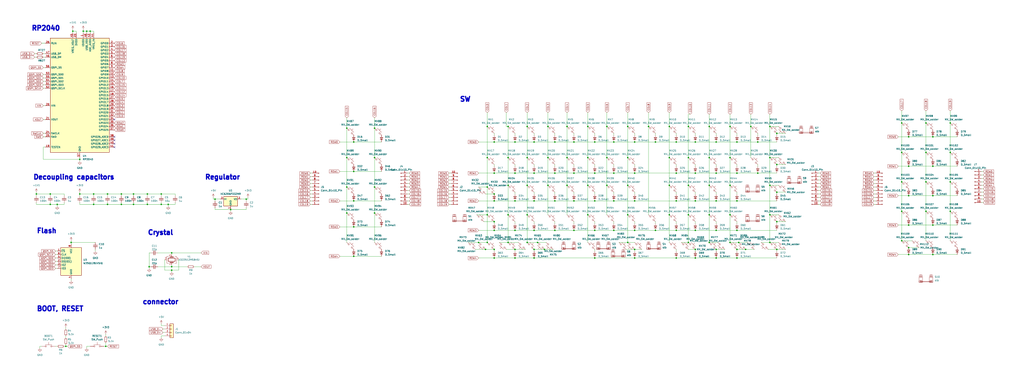
<source format=kicad_sch>
(kicad_sch (version 20230121) (generator eeschema)
  (paper "User" 750.011 280.01)
  (lib_symbols
    (symbol "Connector:Conn_01x10_Pin" (pin_names (offset 1.016) hide)
      (property "Reference" "J" (at 0 12.7 0))
      (property "Value" "Conn_01x10_Pin" (at 0 -15.24 0))
      (symbol "Conn_01x10_Pin_1_1"
        (pin passive line (at 5.08 10.16 180) (length 3.81) (name "Pin_1") (number "1"))
        (pin passive line (at 5.08 -12.7 180) (length 3.81) (name "Pin_10") (number "10"))
        (pin passive line (at 5.08 7.62 180) (length 3.81) (name "Pin_2") (number "2"))
        (pin passive line (at 5.08 5.08 180) (length 3.81) (name "Pin_3") (number "3"))
        (pin passive line (at 5.08 2.54 180) (length 3.81) (name "Pin_4") (number "4"))
        (pin passive line (at 5.08 0 180) (length 3.81) (name "Pin_5") (number "5"))
        (pin passive line (at 5.08 -2.54 180) (length 3.81) (name "Pin_6") (number "6"))
        (pin passive line (at 5.08 -5.08 180) (length 3.81) (name "Pin_7") (number "7"))
        (pin passive line (at 5.08 -7.62 180) (length 3.81) (name "Pin_8") (number "8"))
        (pin passive line (at 5.08 -10.16 180) (length 3.81) (name "Pin_9") (number "9"))
      )
    )
    (symbol "Connector_Generic:Conn_01x04" (pin_names (offset 1.016) hide)
      (property "Reference" "J" (at 0 5.08 0))
      (property "Value" "Conn_01x04" (at 0 -7.62 0))
      (symbol "Conn_01x04_1_1"
        (pin passive line (at -5.08 2.54 0) (length 3.81) (name "Pin_1") (number "1"))
        (pin passive line (at -5.08 0 0) (length 3.81) (name "Pin_2") (number "2"))
        (pin passive line (at -5.08 -2.54 0) (length 3.81) (name "Pin_3") (number "3"))
        (pin passive line (at -5.08 -5.08 0) (length 3.81) (name "Pin_4") (number "4"))
      )
    )
    (symbol "Device:C_Small" (pin_numbers hide) (pin_names (offset 0.254) hide)
      (property "Reference" "C" (at 0.254 1.778 0))
      (property "Value" "C_Small" (at 0.254 -2.032 0))
      (symbol "C_Small_1_1"
        (pin passive line (at 0 2.54 270) (length 2.032) (name "~") (number "1"))
        (pin passive line (at 0 -2.54 90) (length 2.032) (name "~") (number "2"))
      )
    )
    (symbol "Device:Crystal_GND24" (pin_names (offset 1.016) hide)
      (property "Reference" "Y" (at 3.175 5.08 0))
      (property "Value" "Crystal_GND24" (at 3.175 3.175 0))
      (symbol "Crystal_GND24_1_1"
        (pin passive line (at -3.81 0 0) (length 1.27) (name "1") (number "1"))
        (pin passive line (at 0 5.08 270) (length 1.27) (name "2") (number "2"))
        (pin passive line (at 3.81 0 180) (length 1.27) (name "3") (number "3"))
        (pin passive line (at 0 -5.08 90) (length 1.27) (name "4") (number "4"))
      )
    )
    (symbol "Device:D_Small" (pin_numbers hide) (pin_names (offset 0.254) hide)
      (property "Reference" "D" (at -1.27 2.032 0))
      (property "Value" "D_Small" (at -3.81 -2.032 0))
      (symbol "D_Small_1_1"
        (pin passive line (at -2.54 0 0) (length 1.778) (name "K") (number "1"))
        (pin passive line (at 2.54 0 180) (length 1.778) (name "A") (number "2"))
      )
    )
    (symbol "Device:R_Small" (pin_numbers hide) (pin_names (offset 0.254) hide)
      (property "Reference" "R" (at 0.762 0.508 0))
      (property "Value" "R_Small" (at 0.762 -1.016 0))
      (symbol "R_Small_1_1"
        (pin passive line (at 0 2.54 270) (length 0.762) (name "~") (number "1"))
        (pin passive line (at 0 -2.54 90) (length 0.762) (name "~") (number "2"))
      )
    )
    (symbol "MCU_RaspberryPi:RP2040"
      (property "Reference" "U" (at 17.78 45.72 0))
      (property "Value" "RP2040" (at 17.78 43.18 0))
      (symbol "RP2040_1_1"
        (pin power_in line (at 2.54 45.72 270) (length 3.81) (name "IOVDD") (number "1"))
        (pin passive line (at 2.54 45.72 270) (length 3.81) hide (name "IOVDD") (number "10"))
        (pin bidirectional line (at 25.4 17.78 180) (length 3.81) (name "GPIO8") (number "11"))
        (pin bidirectional line (at 25.4 15.24 180) (length 3.81) (name "GPIO9") (number "12"))
        (pin bidirectional line (at 25.4 12.7 180) (length 3.81) (name "GPIO10") (number "13"))
        (pin bidirectional line (at 25.4 10.16 180) (length 3.81) (name "GPIO11") (number "14"))
        (pin bidirectional line (at 25.4 7.62 180) (length 3.81) (name "GPIO12") (number "15"))
        (pin bidirectional line (at 25.4 5.08 180) (length 3.81) (name "GPIO13") (number "16"))
        (pin bidirectional line (at 25.4 2.54 180) (length 3.81) (name "GPIO14") (number "17"))
        (pin bidirectional line (at 25.4 0 180) (length 3.81) (name "GPIO15") (number "18"))
        (pin input line (at -25.4 -38.1 0) (length 3.81) (name "TESTEN") (number "19"))
        (pin bidirectional line (at 25.4 38.1 180) (length 3.81) (name "GPIO0") (number "2"))
        (pin input line (at -25.4 -7.62 0) (length 3.81) (name "XIN") (number "20"))
        (pin passive line (at -25.4 -17.78 0) (length 3.81) (name "XOUT") (number "21"))
        (pin passive line (at 2.54 45.72 270) (length 3.81) hide (name "IOVDD") (number "22"))
        (pin power_in line (at -2.54 45.72 270) (length 3.81) (name "DVDD") (number "23"))
        (pin input line (at -25.4 -27.94 0) (length 3.81) (name "SWCLK") (number "24"))
        (pin bidirectional line (at -25.4 -30.48 0) (length 3.81) (name "SWD") (number "25"))
        (pin input line (at -25.4 38.1 0) (length 3.81) (name "RUN") (number "26"))
        (pin bidirectional line (at 25.4 -2.54 180) (length 3.81) (name "GPIO16") (number "27"))
        (pin bidirectional line (at 25.4 -5.08 180) (length 3.81) (name "GPIO17") (number "28"))
        (pin bidirectional line (at 25.4 -7.62 180) (length 3.81) (name "GPIO18") (number "29"))
        (pin bidirectional line (at 25.4 35.56 180) (length 3.81) (name "GPIO1") (number "3"))
        (pin bidirectional line (at 25.4 -10.16 180) (length 3.81) (name "GPIO19") (number "30"))
        (pin bidirectional line (at 25.4 -12.7 180) (length 3.81) (name "GPIO20") (number "31"))
        (pin bidirectional line (at 25.4 -15.24 180) (length 3.81) (name "GPIO21") (number "32"))
        (pin passive line (at 2.54 45.72 270) (length 3.81) hide (name "IOVDD") (number "33"))
        (pin bidirectional line (at 25.4 -17.78 180) (length 3.81) (name "GPIO22") (number "34"))
        (pin bidirectional line (at 25.4 -20.32 180) (length 3.81) (name "GPIO23") (number "35"))
        (pin bidirectional line (at 25.4 -22.86 180) (length 3.81) (name "GPIO24") (number "36"))
        (pin bidirectional line (at 25.4 -25.4 180) (length 3.81) (name "GPIO25") (number "37"))
        (pin bidirectional line (at 25.4 -30.48 180) (length 3.81) (name "GPIO26_ADC0") (number "38"))
        (pin bidirectional line (at 25.4 -33.02 180) (length 3.81) (name "GPIO27_ADC1") (number "39"))
        (pin bidirectional line (at 25.4 33.02 180) (length 3.81) (name "GPIO2") (number "4"))
        (pin bidirectional line (at 25.4 -35.56 180) (length 3.81) (name "GPIO28_ADC2") (number "40"))
        (pin bidirectional line (at 25.4 -38.1 180) (length 3.81) (name "GPIO29_ADC3") (number "41"))
        (pin passive line (at 2.54 45.72 270) (length 3.81) hide (name "IOVDD") (number "42"))
        (pin power_in line (at 7.62 45.72 270) (length 3.81) (name "ADC_AVDD") (number "43"))
        (pin power_in line (at 10.16 45.72 270) (length 3.81) (name "VREG_IN") (number "44"))
        (pin power_out line (at -5.08 45.72 270) (length 3.81) (name "VREG_VOUT") (number "45"))
        (pin bidirectional line (at -25.4 27.94 0) (length 3.81) (name "USB_DM") (number "46"))
        (pin bidirectional line (at -25.4 30.48 0) (length 3.81) (name "USB_DP") (number "47"))
        (pin power_in line (at 5.08 45.72 270) (length 3.81) (name "USB_VDD") (number "48"))
        (pin passive line (at 2.54 45.72 270) (length 3.81) hide (name "IOVDD") (number "49"))
        (pin bidirectional line (at 25.4 30.48 180) (length 3.81) (name "GPIO3") (number "5"))
        (pin passive line (at -2.54 45.72 270) (length 3.81) hide (name "DVDD") (number "50"))
        (pin bidirectional line (at -25.4 7.62 0) (length 3.81) (name "QSPI_SD3") (number "51"))
        (pin output line (at -25.4 5.08 0) (length 3.81) (name "QSPI_SCLK") (number "52"))
        (pin bidirectional line (at -25.4 15.24 0) (length 3.81) (name "QSPI_SD0") (number "53"))
        (pin bidirectional line (at -25.4 10.16 0) (length 3.81) (name "QSPI_SD2") (number "54"))
        (pin bidirectional line (at -25.4 12.7 0) (length 3.81) (name "QSPI_SD1") (number "55"))
        (pin bidirectional line (at -25.4 20.32 0) (length 3.81) (name "QSPI_SS") (number "56"))
        (pin power_in line (at 0 -45.72 90) (length 3.81) (name "GND") (number "57"))
        (pin bidirectional line (at 25.4 27.94 180) (length 3.81) (name "GPIO4") (number "6"))
        (pin bidirectional line (at 25.4 25.4 180) (length 3.81) (name "GPIO5") (number "7"))
        (pin bidirectional line (at 25.4 22.86 180) (length 3.81) (name "GPIO6") (number "8"))
        (pin bidirectional line (at 25.4 20.32 180) (length 3.81) (name "GPIO7") (number "9"))
      )
    )
    (symbol "Memory_Flash:W25Q128JVS"
      (property "Reference" "U" (at -8.89 8.89 0))
      (property "Value" "W25Q128JVS" (at 7.62 8.89 0))
      (symbol "W25Q128JVS_1_1"
        (pin input line (at -10.16 7.62 0) (length 2.54) (name "~{CS}") (number "1"))
        (pin bidirectional line (at -10.16 0 0) (length 2.54) (name "DO(IO1)") (number "2"))
        (pin bidirectional line (at -10.16 -2.54 0) (length 2.54) (name "IO2") (number "3"))
        (pin power_in line (at 0 -12.7 90) (length 2.54) (name "GND") (number "4"))
        (pin bidirectional line (at -10.16 2.54 0) (length 2.54) (name "DI(IO0)") (number "5"))
        (pin input line (at -10.16 5.08 0) (length 2.54) (name "CLK") (number "6"))
        (pin bidirectional line (at -10.16 -5.08 0) (length 2.54) (name "IO3") (number "7"))
        (pin power_in line (at 0 12.7 270) (length 2.54) (name "VCC") (number "8"))
      )
    )
    (symbol "PCM_marbastlib-mx:MX_SW_HS" (pin_numbers hide) (pin_names (offset 1.016) hide)
      (property "Reference" "MX" (at 3.048 1.016 0))
      (property "Value" "MX_SW_HS" (at 0 -3.81 0))
      (symbol "MX_SW_HS_0_1"
        (pin passive line (at -2.54 2.54 0) (length 0) (name "1") (number "1"))
        (pin passive line (at 2.54 -2.54 180) (length 0) (name "2") (number "2"))
      )
    )
    (symbol "PCM_marbastlib-mx:MX_stab" (pin_names (offset 1.016))
      (property "Reference" "S" (at -5.08 6.35 0))
      (property "Value" "MX_stab" (at -5.08 3.81 0))
    )
    (symbol "Regulator_Linear:XC6206PxxxMR" (pin_names (offset 0.254))
      (property "Reference" "U" (at -3.81 3.175 0))
      (property "Value" "XC6206PxxxMR" (at 0 3.175 0))
      (symbol "XC6206PxxxMR_1_1"
        (pin power_in line (at 0 -7.62 90) (length 2.54) (name "GND") (number "1"))
        (pin power_out line (at 7.62 0 180) (length 2.54) (name "VO") (number "2"))
        (pin power_in line (at -7.62 0 0) (length 2.54) (name "VI") (number "3"))
      )
    )
    (symbol "Switch:SW_Push" (pin_numbers hide) (pin_names (offset 1.016) hide)
      (property "Reference" "SW" (at 1.27 2.54 0))
      (property "Value" "SW_Push" (at 0 -1.524 0))
      (symbol "SW_Push_0_1"
        (pin passive line (at -5.08 0 0) (length 2.54) (name "1") (number "1"))
        (pin passive line (at 5.08 0 180) (length 2.54) (name "2") (number "2"))
      )
    )
    (symbol "power:+1V1" (power) (pin_names (offset 0))
      (property "Value" "+1V1" (at 0 3.556 0))
      (symbol "+1V1_1_1"
        (pin power_in line (at 0 0 90) (length 0) hide (name "+1V1") (number "1"))
      )
    )
    (symbol "power:+3V3" (power) (pin_names (offset 0))
      (property "Value" "+3V3" (at 0 3.556 0))
      (symbol "+3V3_1_1"
        (pin power_in line (at 0 0 90) (length 0) hide (name "+3V3") (number "1"))
      )
    )
    (symbol "power:+5V" (power) (pin_names (offset 0))
      (property "Value" "+5V" (at 0 3.556 0))
      (symbol "+5V_1_1"
        (pin power_in line (at 0 0 90) (length 0) hide (name "+5V") (number "1"))
      )
    )
    (symbol "power:GND" (power) (pin_names (offset 0))
      (property "Value" "GND" (at 0 -3.81 0))
      (symbol "GND_1_1"
        (pin power_in line (at 0 0 270) (length 0) hide (name "GND") (number "1"))
      )
    )
  )
  (junction (at 78.74 142.24))
  (junction (at 534.67 177.8))
  (junction (at 361.95 104.14))
  (junction (at 678.18 90.17))
  (junction (at 435.61 104.14))
  (junction (at 97.79 149.86))
  (junction (at 449.58 104.14))
  (junction (at 660.4 90.17))
  (junction (at 541.02 177.8))
  (junction (at 464.82 182.88))
  (junction (at 361.95 168.91))
  (junction (at 665.48 181.61))
  (junction (at 534.67 135.89))
  (junction (at 435.61 127))
  (junction (at 683.26 121.92))
  (junction (at 480.06 104.14))
  (junction (at 254 137.16))
  (junction (at 695.96 154.94))
  (junction (at 504.19 92.71))
  (junction (at 355.6 182.88))
  (junction (at 386.08 157.48))
  (junction (at 58.42 116.84))
  (junction (at 563.88 177.8))
  (junction (at 254 156.21))
  (junction (at 125.73 185.42))
  (junction (at 524.51 182.88))
  (junction (at 539.75 168.91))
  (junction (at 509.27 127))
  (junction (at 546.1 182.88))
  (junction (at 107.95 142.24))
  (junction (at 519.43 177.8))
  (junction (at 377.19 104.14))
  (junction (at 509.27 104.14))
  (junction (at 350.52 177.8))
  (junction (at 125.73 195.58))
  (junction (at 68.58 149.86))
  (junction (at 519.43 115.57))
  (junction (at 386.08 177.8))
  (junction (at 377.19 189.23))
  (junction (at 372.11 157.48))
  (junction (at 568.96 97.79))
  (junction (at 118.11 149.86))
  (junction (at 568.96 162.56))
  (junction (at 665.48 165.1))
  (junction (at 519.43 157.48))
  (junction (at 107.95 149.86))
  (junction (at 274.32 156.21))
  (junction (at 386.08 92.71))
  (junction (at 539.75 127))
  (junction (at 519.43 92.71))
  (junction (at 695.96 133.35))
  (junction (at 665.48 186.69))
  (junction (at 524.51 127))
  (junction (at 464.82 189.23))
  (junction (at 401.32 92.71))
  (junction (at 53.34 22.86))
  (junction (at 435.61 168.91))
  (junction (at 660.4 154.94))
  (junction (at 36.83 149.86))
  (junction (at 377.19 127))
  (junction (at 464.82 104.14))
  (junction (at 449.58 147.32))
  (junction (at 490.22 135.89))
  (junction (at 524.51 147.32))
  (junction (at 660.4 176.53))
  (junction (at 406.4 168.91))
  (junction (at 109.22 195.58))
  (junction (at 504.19 177.8))
  (junction (at 356.87 92.71))
  (junction (at 259.08 187.96))
  (junction (at 180.34 146.05))
  (junction (at 504.19 115.57))
  (junction (at 401.32 115.57))
  (junction (at 259.08 166.37))
  (junction (at 539.75 147.32))
  (junction (at 125.73 198.12))
  (junction (at 665.48 100.33))
  (junction (at 386.08 115.57))
  (junction (at 401.32 135.89))
  (junction (at 504.19 135.89))
  (junction (at 386.08 135.89))
  (junction (at 60.96 22.86))
  (junction (at 356.87 177.8))
  (junction (at 678.18 111.76))
  (junction (at 48.26 254))
  (junction (at 259.08 147.32))
  (junction (at 26.67 142.24))
  (junction (at 406.4 127))
  (junction (at 495.3 127))
  (junction (at 97.79 142.24))
  (junction (at 356.87 115.57))
  (junction (at 464.82 147.32))
  (junction (at 420.37 104.14))
  (junction (at 63.5 22.86))
  (junction (at 420.37 168.91))
  (junction (at 695.96 111.76))
  (junction (at 509.27 147.32))
  (junction (at 444.5 115.57))
  (junction (at 157.48 146.05))
  (junction (at 524.51 168.91))
  (junction (at 361.95 147.32))
  (junction (at 444.5 92.71))
  (junction (at 459.74 135.89))
  (junction (at 430.53 92.71))
  (junction (at 509.27 182.88))
  (junction (at 168.91 153.67))
  (junction (at 361.95 142.24))
  (junction (at 678.18 133.35))
  (junction (at 420.37 127))
  (junction (at 377.19 147.32))
  (junction (at 415.29 115.57))
  (junction (at 683.26 143.51))
  (junction (at 563.88 92.71))
  (junction (at 435.61 189.23))
  (junction (at 495.3 147.32))
  (junction (at 683.26 165.1))
  (junction (at 563.88 135.89))
  (junction (at 372.11 92.71))
  (junction (at 430.53 157.48))
  (junction (at 449.58 168.91))
  (junction (at 660.4 133.35))
  (junction (at 377.19 182.88))
  (junction (at 259.08 125.73))
  (junction (at 695.96 90.17))
  (junction (at 459.74 177.8))
  (junction (at 274.32 115.57))
  (junction (at 568.96 182.88))
  (junction (at 524.51 104.14))
  (junction (at 495.3 189.23))
  (junction (at 490.22 115.57))
  (junction (at 274.32 137.16))
  (junction (at 259.08 104.14))
  (junction (at 495.3 168.91))
  (junction (at 444.5 135.89))
  (junction (at 415.29 92.71))
  (junction (at 665.48 121.92))
  (junction (at 683.26 100.33))
  (junction (at 519.43 135.89))
  (junction (at 474.98 92.71))
  (junction (at 539.75 104.14))
  (junction (at 372.11 177.8))
  (junction (at 58.42 142.24))
  (junction (at 391.16 182.88))
  (junction (at 406.4 104.14))
  (junction (at 665.48 143.51))
  (junction (at 568.96 140.97))
  (junction (at 398.78 182.88))
  (junction (at 568.96 120.65))
  (junction (at 52.07 177.8))
  (junction (at 534.67 92.71))
  (junction (at 356.87 137.16))
  (junction (at 415.29 135.89))
  (junction (at 459.74 157.48))
  (junction (at 660.4 111.76))
  (junction (at 509.27 168.91))
  (junction (at 254 93.98))
  (junction (at 393.7 177.8))
  (junction (at 391.16 147.32))
  (junction (at 464.82 168.91))
  (junction (at 563.88 115.57))
  (junction (at 254 115.57))
  (junction (at 420.37 147.32))
  (junction (at 66.04 22.86))
  (junction (at 554.99 127))
  (junction (at 391.16 168.91))
  (junction (at 504.19 157.48))
  (junction (at 391.16 104.14))
  (junction (at 490.22 157.48))
  (junction (at 118.11 142.24))
  (junction (at 372.11 115.57))
  (junction (at 361.95 189.23))
  (junction (at 391.16 127))
  (junction (at 77.47 254))
  (junction (at 406.4 147.32))
  (junction (at 377.19 168.91))
  (junction (at 88.9 142.24))
  (junction (at 490.22 92.71))
  (junction (at 78.74 149.86))
  (junction (at 539.75 189.23))
  (junction (at 678.18 154.94))
  (junction (at 36.83 142.24))
  (junction (at 361.95 182.88))
  (junction (at 549.91 92.71))
  (junction (at 495.3 104.14))
  (junction (at 509.27 189.23))
  (junction (at 459.74 92.71))
  (junction (at 563.88 157.48))
  (junction (at 459.74 115.57))
  (junction (at 361.95 127))
  (junction (at 123.19 149.86))
  (junction (at 539.75 182.88))
  (junction (at 361.95 162.56))
  (junction (at 449.58 127))
  (junction (at 534.67 157.48))
  (junction (at 554.99 104.14))
  (junction (at 41.91 149.86))
  (junction (at 356.87 157.48))
  (junction (at 430.53 115.57))
  (junction (at 274.32 93.98))
  (junction (at 464.82 127))
  (junction (at 480.06 168.91))
  (junction (at 683.26 186.69))
  (junction (at 372.11 135.89))
  (junction (at 88.9 149.86))
  (junction (at 524.51 189.23))
  (junction (at 430.53 135.89))
  (junction (at 68.58 142.24))
  (junction (at 435.61 147.32))
  (junction (at 391.16 189.23))
  (junction (at 534.67 115.57))
  (no_connect (at 83.82 102.87))
  (no_connect (at 83.82 105.41))
  (no_connect (at 83.82 100.33))
  (no_connect (at 83.82 87.63))
  (no_connect (at 83.82 107.95))
  (wire (pts (xy 398.78 182.88) (xy 405.13 182.88)))
  (wire (pts (xy 504.19 135.89) (xy 504.19 157.48)))
  (wire (pts (xy 524.51 127) (xy 539.75 127)))
  (wire (pts (xy 274.32 86.36) (xy 274.32 93.98)))
  (wire (pts (xy 176.53 146.05) (xy 180.34 146.05)))
  (wire (pts (xy 640.08 149.86) (xy 641.35 149.86)))
  (wire (pts (xy 361.95 127) (xy 377.19 127)))
  (wire (pts (xy 406.4 127) (xy 420.37 127)))
  (wire (pts (xy 568.96 97.79) (xy 575.31 97.79)))
  (wire (pts (xy 474.98 92.71) (xy 474.98 157.48)))
  (wire (pts (xy 180.34 152.4) (xy 180.34 153.67)))
  (wire (pts (xy 227.33 144.78) (xy 228.6 144.78)))
  (wire (pts (xy 554.99 97.79) (xy 554.99 99.06)))
  (wire (pts (xy 464.82 140.97) (xy 464.82 142.24)))
  (wire (pts (xy 401.32 92.71) (xy 401.32 115.57)))
  (wire (pts (xy 66.04 24.13) (xy 66.04 22.86)))
  (wire (pts (xy 66.04 22.86) (xy 63.5 22.86)))
  (wire (pts (xy 356.87 157.48) (xy 356.87 177.8)))
  (wire (pts (xy 665.48 143.51) (xy 683.26 143.51)))
  (wire (pts (xy 640.08 132.08) (xy 641.35 132.08)))
  (wire (pts (xy 657.86 100.33) (xy 665.48 100.33)))
  (wire (pts (xy 524.51 182.88) (xy 530.86 182.88)))
  (wire (pts (xy 534.67 92.71) (xy 534.67 83.82)))
  (wire (pts (xy 142.24 195.58) (xy 147.32 195.58)))
  (wire (pts (xy 549.91 92.71) (xy 549.91 115.57)))
  (wire (pts (xy 109.22 195.58) (xy 109.22 196.85)))
  (wire (pts (xy 46.99 143.51) (xy 46.99 142.24)))
  (wire (pts (xy 26.67 149.86) (xy 36.83 149.86)))
  (wire (pts (xy 33.02 107.95) (xy 31.75 107.95)))
  (wire (pts (xy 63.5 22.86) (xy 63.5 24.13)))
  (wire (pts (xy 665.48 186.69) (xy 683.26 186.69)))
  (wire (pts (xy 386.08 92.71) (xy 386.08 115.57)))
  (wire (pts (xy 435.61 104.14) (xy 449.58 104.14)))
  (wire (pts (xy 519.43 92.71) (xy 519.43 115.57)))
  (wire (pts (xy 464.82 104.14) (xy 480.06 104.14)))
  (wire (pts (xy 36.83 142.24) (xy 36.83 143.51)))
  (wire (pts (xy 77.47 251.46) (xy 77.47 254)))
  (wire (pts (xy 678.18 133.35) (xy 678.18 154.94)))
  (wire (pts (xy 180.34 146.05) (xy 180.34 147.32)))
  (wire (pts (xy 554.99 104.14) (xy 568.96 104.14)))
  (wire (pts (xy 77.47 254) (xy 76.2 254)))
  (wire (pts (xy 435.61 97.79) (xy 435.61 99.06)))
  (wire (pts (xy 509.27 168.91) (xy 524.51 168.91)))
  (wire (pts (xy 534.67 115.57) (xy 534.67 135.89)))
  (wire (pts (xy 372.11 135.89) (xy 372.11 157.48)))
  (wire (pts (xy 386.08 82.55) (xy 386.08 92.71)))
  (wire (pts (xy 391.16 97.79) (xy 391.16 99.06)))
  (wire (pts (xy 474.98 92.71) (xy 474.98 82.55)))
  (wire (pts (xy 128.27 142.24) (xy 128.27 143.51)))
  (wire (pts (xy 248.92 147.32) (xy 259.08 147.32)))
  (wire (pts (xy 600.71 142.24) (xy 599.44 142.24)))
  (wire (pts (xy 29.21 254) (xy 29.21 255.27)))
  (wire (pts (xy 665.48 165.1) (xy 683.26 165.1)))
  (wire (pts (xy 430.53 115.57) (xy 430.53 135.89)))
  (wire (pts (xy 157.48 146.05) (xy 157.48 147.32)))
  (wire (pts (xy 490.22 115.57) (xy 490.22 135.89)))
  (wire (pts (xy 31.75 41.91) (xy 33.02 41.91)))
  (wire (pts (xy 125.73 185.42) (xy 147.32 185.42)))
  (wire (pts (xy 157.48 152.4) (xy 157.48 153.67)))
  (wire (pts (xy 361.95 182.88) (xy 361.95 184.15)))
  (wire (pts (xy 459.74 135.89) (xy 459.74 157.48)))
  (wire (pts (xy 115.57 195.58) (xy 125.73 195.58)))
  (wire (pts (xy 274.32 137.16) (xy 274.32 115.57)))
  (wire (pts (xy 120.65 190.5) (xy 120.65 198.12)))
  (wire (pts (xy 640.08 137.16) (xy 641.35 137.16)))
  (wire (pts (xy 562.61 182.88) (xy 568.96 182.88)))
  (wire (pts (xy 415.29 82.55) (xy 415.29 92.71)))
  (wire (pts (xy 40.64 189.23) (xy 41.91 189.23)))
  (wire (pts (xy 539.75 97.79) (xy 539.75 99.06)))
  (wire (pts (xy 78.74 149.86) (xy 88.9 149.86)))
  (wire (pts (xy 683.26 165.1) (xy 701.04 165.1)))
  (wire (pts (xy 568.96 140.97) (xy 575.31 140.97)))
  (wire (pts (xy 125.73 199.39) (xy 125.73 198.12)))
  (wire (pts (xy 355.6 182.88) (xy 361.95 182.88)))
  (wire (pts (xy 26.67 148.59) (xy 26.67 149.86)))
  (wire (pts (xy 459.74 115.57) (xy 459.74 135.89)))
  (wire (pts (xy 570.23 135.89) (xy 563.88 135.89)))
  (wire (pts (xy 524.51 120.65) (xy 524.51 121.92)))
  (wire (pts (xy 48.26 240.03) (xy 48.26 241.3)))
  (wire (pts (xy 125.73 195.58) (xy 137.16 195.58)))
  (wire (pts (xy 420.37 147.32) (xy 435.61 147.32)))
  (wire (pts (xy 157.48 146.05) (xy 161.29 146.05)))
  (wire (pts (xy 88.9 142.24) (xy 97.79 142.24)))
  (wire (pts (xy 657.86 143.51) (xy 665.48 143.51)))
  (wire (pts (xy 401.32 135.89) (xy 401.32 157.48)))
  (wire (pts (xy 350.52 189.23) (xy 361.95 189.23)))
  (wire (pts (xy 509.27 147.32) (xy 524.51 147.32)))
  (wire (pts (xy 464.82 127) (xy 495.3 127)))
  (wire (pts (xy 31.75 62.23) (xy 33.02 62.23)))
  (wire (pts (xy 464.82 120.65) (xy 464.82 121.92)))
  (wire (pts (xy 377.19 182.88) (xy 384.81 182.88)))
  (wire (pts (xy 299.72 144.78) (xy 298.45 144.78)))
  (wire (pts (xy 370.84 92.71) (xy 372.11 92.71)))
  (wire (pts (xy 68.58 142.24) (xy 68.58 143.51)))
  (wire (pts (xy 36.83 142.24) (xy 46.99 142.24)))
  (wire (pts (xy 53.34 21.59) (xy 53.34 22.86)))
  (wire (pts (xy 449.58 162.56) (xy 449.58 163.83)))
  (wire (pts (xy 31.75 49.53) (xy 33.02 49.53)))
  (wire (pts (xy 657.86 186.69) (xy 665.48 186.69)))
  (wire (pts (xy 509.27 104.14) (xy 524.51 104.14)))
  (wire (pts (xy 361.95 162.56) (xy 361.95 163.83)))
  (wire (pts (xy 25.4 39.37) (xy 26.67 39.37)))
  (wire (pts (xy 55.88 22.86) (xy 55.88 24.13)))
  (wire (pts (xy 46.99 148.59) (xy 46.99 149.86)))
  (wire (pts (xy 377.19 162.56) (xy 377.19 163.83)))
  (wire (pts (xy 435.61 147.32) (xy 449.58 147.32)))
  (wire (pts (xy 128.27 149.86) (xy 128.27 148.59)))
  (wire (pts (xy 420.37 162.56) (xy 420.37 163.83)))
  (wire (pts (xy 328.93 132.08) (xy 330.2 132.08)))
  (wire (pts (xy 53.34 22.86) (xy 55.88 22.86)))
  (wire (pts (xy 391.16 104.14) (xy 406.4 104.14)))
  (wire (pts (xy 415.29 115.57) (xy 415.29 135.89)))
  (wire (pts (xy 31.75 100.33) (xy 33.02 100.33)))
  (wire (pts (xy 720.09 146.05) (xy 718.82 146.05)))
  (wire (pts (xy 449.58 140.97) (xy 449.58 142.24)))
  (wire (pts (xy 68.58 149.86) (xy 78.74 149.86)))
  (wire (pts (xy 52.07 176.53) (xy 52.07 177.8)))
  (wire (pts (xy 299.72 129.54) (xy 298.45 129.54)))
  (wire (pts (xy 156.21 146.05) (xy 156.21 144.78)))
  (wire (pts (xy 342.9 177.8) (xy 350.52 177.8)))
  (wire (pts (xy 181.61 146.05) (xy 181.61 144.78)))
  (wire (pts (xy 665.48 121.92) (xy 683.26 121.92)))
  (wire (pts (xy 40.64 196.85) (xy 41.91 196.85)))
  (wire (pts (xy 78.74 148.59) (xy 78.74 149.86)))
  (wire (pts (xy 391.16 127) (xy 406.4 127)))
  (wire (pts (xy 274.32 156.21) (xy 274.32 137.16)))
  (wire (pts (xy 248.92 104.14) (xy 259.08 104.14)))
  (wire (pts (xy 299.72 134.62) (xy 298.45 134.62)))
  (wire (pts (xy 444.5 82.55) (xy 444.5 92.71)))
  (wire (pts (xy 372.11 115.57) (xy 372.11 135.89)))
  (wire (pts (xy 435.61 168.91) (xy 449.58 168.91)))
  (wire (pts (xy 356.87 92.71) (xy 356.87 115.57)))
  (wire (pts (xy 120.65 198.12) (xy 125.73 198.12)))
  (wire (pts (xy 328.93 142.24) (xy 330.2 142.24)))
  (wire (pts (xy 107.95 149.86) (xy 118.11 149.86)))
  (wire (pts (xy 509.27 97.79) (xy 509.27 99.06)))
  (wire (pts (xy 695.96 133.35) (xy 695.96 154.94)))
  (wire (pts (xy 118.11 237.49) (xy 118.11 238.76)))
  (wire (pts (xy 720.09 130.81) (xy 718.82 130.81)))
  (wire (pts (xy 509.27 127) (xy 524.51 127)))
  (wire (pts (xy 254 115.57) (xy 254 137.16)))
  (wire (pts (xy 495.3 120.65) (xy 495.3 121.92)))
  (wire (pts (xy 377.19 147.32) (xy 391.16 147.32)))
  (wire (pts (xy 563.88 92.71) (xy 563.88 115.57)))
  (wire (pts (xy 31.75 57.15) (xy 33.02 57.15)))
  (wire (pts (xy 347.98 182.88) (xy 355.6 182.88)))
  (wire (pts (xy 60.96 22.86) (xy 63.5 22.86)))
  (wire (pts (xy 350.52 147.32) (xy 361.95 147.32)))
  (wire (pts (xy 720.09 140.97) (xy 718.82 140.97)))
  (wire (pts (xy 386.08 177.8) (xy 393.7 177.8)))
  (wire (pts (xy 524.51 162.56) (xy 524.51 163.83)))
  (wire (pts (xy 640.08 144.78) (xy 641.35 144.78)))
  (wire (pts (xy 227.33 142.24) (xy 228.6 142.24)))
  (wire (pts (xy 683.26 186.69) (xy 701.04 186.69)))
  (wire (pts (xy 66.04 22.86) (xy 68.58 22.86)))
  (wire (pts (xy 435.61 120.65) (xy 435.61 121.92)))
  (wire (pts (xy 41.91 151.13) (xy 41.91 149.86)))
  (wire (pts (xy 480.06 97.79) (xy 480.06 99.06)))
  (wire (pts (xy 356.87 82.55) (xy 356.87 92.71)))
  (wire (pts (xy 509.27 182.88) (xy 509.27 184.15)))
  (wire (pts (xy 356.87 115.57) (xy 356.87 137.16)))
  (wire (pts (xy 480.06 168.91) (xy 495.3 168.91)))
  (wire (pts (xy 355.6 142.24) (xy 361.95 142.24)))
  (wire (pts (xy 504.19 115.57) (xy 504.19 135.89)))
  (wire (pts (xy 58.42 118.11) (xy 58.42 116.84)))
  (wire (pts (xy 600.71 137.16) (xy 599.44 137.16)))
  (wire (pts (xy 40.64 186.69) (xy 41.91 186.69)))
  (wire (pts (xy 435.61 162.56) (xy 435.61 163.83)))
  (wire (pts (xy 464.82 168.91) (xy 480.06 168.91)))
  (wire (pts (xy 386.08 115.57) (xy 386.08 135.89)))
  (wire (pts (xy 524.51 189.23) (xy 539.75 189.23)))
  (wire (pts (xy 495.3 147.32) (xy 509.27 147.32)))
  (wire (pts (xy 227.33 149.86) (xy 228.6 149.86)))
  (wire (pts (xy 88.9 143.51) (xy 88.9 142.24)))
  (wire (pts (xy 391.16 182.88) (xy 391.16 184.15)))
  (wire (pts (xy 52.07 177.8) (xy 52.07 179.07)))
  (wire (pts (xy 31.75 107.95) (xy 31.75 116.84)))
  (wire (pts (xy 657.86 121.92) (xy 665.48 121.92)))
  (wire (pts (xy 600.71 129.54) (xy 599.44 129.54)))
  (wire (pts (xy 524.51 168.91) (xy 539.75 168.91)))
  (wire (pts (xy 125.73 194.31) (xy 125.73 195.58)))
  (wire (pts (xy 88.9 149.86) (xy 97.79 149.86)))
  (wire (pts (xy 58.42 148.59) (xy 58.42 149.86)))
  (wire (pts (xy 678.18 90.17) (xy 678.18 111.76)))
  (wire (pts (xy 665.48 100.33) (xy 683.26 100.33)))
  (wire (pts (xy 361.95 168.91) (xy 377.19 168.91)))
  (wire (pts (xy 444.5 92.71) (xy 444.5 115.57)))
  (wire (pts (xy 372.11 92.71) (xy 372.11 115.57)))
  (wire (pts (xy 356.87 177.8) (xy 350.52 177.8)))
  (wire (pts (xy 60.96 24.13) (xy 60.96 22.86)))
  (wire (pts (xy 444.5 115.57) (xy 444.5 135.89)))
  (wire (pts (xy 524.51 147.32) (xy 539.75 147.32)))
  (wire (pts (xy 168.91 153.67) (xy 180.34 153.67)))
  (wire (pts (xy 519.43 157.48) (xy 519.43 177.8)))
  (wire (pts (xy 554.99 120.65) (xy 554.99 121.92)))
  (wire (pts (xy 495.3 162.56) (xy 495.3 163.83)))
  (wire (pts (xy 78.74 254) (xy 77.47 254)))
  (wire (pts (xy 227.33 134.62) (xy 228.6 134.62)))
  (wire (pts (xy 227.33 139.7) (xy 228.6 139.7)))
  (wire (pts (xy 546.1 182.88) (xy 552.45 182.88)))
  (wire (pts (xy 541.02 177.8) (xy 547.37 177.8)))
  (wire (pts (xy 509.27 189.23) (xy 524.51 189.23)))
  (wire (pts (xy 328.93 149.86) (xy 330.2 149.86)))
  (wire (pts (xy 695.96 90.17) (xy 695.96 111.76)))
  (wire (pts (xy 391.16 140.97) (xy 391.16 142.24)))
  (wire (pts (xy 377.19 104.14) (xy 391.16 104.14)))
  (wire (pts (xy 365.76 177.8) (xy 372.11 177.8)))
  (wire (pts (xy 420.37 140.97) (xy 420.37 142.24)))
  (wire (pts (xy 504.19 157.48) (xy 504.19 177.8)))
  (wire (pts (xy 495.3 97.79) (xy 495.3 99.06)))
  (wire (pts (xy 490.22 157.48) (xy 490.22 177.8)))
  (wire (pts (xy 274.32 115.57) (xy 274.32 93.98)))
  (wire (pts (xy 406.4 97.79) (xy 406.4 99.06)))
  (wire (pts (xy 660.4 81.28) (xy 660.4 90.17)))
  (wire (pts (xy 361.95 147.32) (xy 377.19 147.32)))
  (wire (pts (xy 78.74 143.51) (xy 78.74 142.24)))
  (wire (pts (xy 406.4 168.91) (xy 420.37 168.91)))
  (wire (pts (xy 52.07 204.47) (xy 52.07 205.74)))
  (wire (pts (xy 539.75 182.88) (xy 546.1 182.88)))
  (wire (pts (xy 401.32 92.71) (xy 401.32 82.55)))
  (wire (pts (xy 391.16 182.88) (xy 398.78 182.88)))
  (wire (pts (xy 227.33 127) (xy 228.6 127)))
  (wire (pts (xy 119.38 243.84) (xy 120.65 243.84)))
  (wire (pts (xy 386.08 135.89) (xy 386.08 157.48)))
  (wire (pts (xy 69.85 182.88) (xy 69.85 184.15)))
  (wire (pts (xy 640.08 147.32) (xy 641.35 147.32)))
  (wire (pts (xy 600.71 149.86) (xy 599.44 149.86)))
  (wire (pts (xy 77.47 245.11) (xy 77.47 246.38)))
  (wire (pts (xy 495.3 168.91) (xy 509.27 168.91)))
  (wire (pts (xy 444.5 135.89) (xy 444.5 157.48)))
  (wire (pts (xy 406.4 104.14) (xy 420.37 104.14)))
  (wire (pts (xy 40.64 194.31) (xy 41.91 194.31)))
  (wire (pts (xy 539.75 189.23) (xy 568.96 189.23)))
  (wire (pts (xy 377.19 140.97) (xy 377.19 142.24)))
  (wire (pts (xy 254 86.36) (xy 254 93.98)))
  (wire (pts (xy 480.06 104.14) (xy 495.3 104.14)))
  (wire (pts (xy 328.93 129.54) (xy 330.2 129.54)))
  (wire (pts (xy 53.34 24.13) (xy 53.34 22.86)))
  (wire (pts (xy 539.75 162.56) (xy 539.75 163.83)))
  (wire (pts (xy 430.53 92.71) (xy 430.53 115.57)))
  (wire (pts (xy 600.71 132.08) (xy 599.44 132.08)))
  (wire (pts (xy 274.32 177.8) (xy 274.32 156.21)))
  (wire (pts (xy 600.71 134.62) (xy 599.44 134.62)))
  (wire (pts (xy 449.58 147.32) (xy 464.82 147.32)))
  (wire (pts (xy 420.37 127) (xy 435.61 127)))
  (wire (pts (xy 459.74 92.71) (xy 459.74 115.57)))
  (wire (pts (xy 678.18 111.76) (xy 678.18 133.35)))
  (wire (pts (xy 58.42 140.97) (xy 58.42 142.24)))
  (wire (pts (xy 568.96 140.97) (xy 568.96 142.24)))
  (wire (pts (xy 30.48 254) (xy 29.21 254)))
  (wire (pts (xy 227.33 137.16) (xy 228.6 137.16)))
  (wire (pts (xy 41.91 149.86) (xy 46.99 149.86)))
  (wire (pts (xy 406.4 162.56) (xy 406.4 163.83)))
  (wire (pts (xy 299.72 139.7) (xy 298.45 139.7)))
  (wire (pts (xy 328.93 137.16) (xy 330.2 137.16)))
  (wire (pts (xy 504.19 83.82) (xy 505.46 83.82)))
  (wire (pts (xy 449.58 120.65) (xy 449.58 121.92)))
  (wire (pts (xy 30.48 31.75) (xy 33.02 31.75)))
  (wire (pts (xy 227.33 132.08) (xy 228.6 132.08)))
  (wire (pts (xy 259.08 125.73) (xy 248.92 125.73)))
  (wire (pts (xy 88.9 148.59) (xy 88.9 149.86)))
  (wire (pts (xy 420.37 120.65) (xy 420.37 121.92)))
  (wire (pts (xy 449.58 104.14) (xy 464.82 104.14)))
  (wire (pts (xy 509.27 162.56) (xy 509.27 163.83)))
  (wire (pts (xy 299.72 149.86) (xy 298.45 149.86)))
  (wire (pts (xy 683.26 121.92) (xy 701.04 121.92)))
  (wire (pts (xy 97.79 148.59) (xy 97.79 149.86)))
  (wire (pts (xy 48.26 252.73) (xy 48.26 254)))
  (wire (pts (xy 504.19 182.88) (xy 509.27 182.88)))
  (wire (pts (xy 109.22 195.58) (xy 110.49 195.58)))
  (wire (pts (xy 415.29 135.89) (xy 415.29 157.48)))
  (wire (pts (xy 568.96 97.79) (xy 568.96 99.06)))
  (wire (pts (xy 227.33 129.54) (xy 228.6 129.54)))
  (wire (pts (xy 499.11 177.8) (xy 504.19 177.8)))
  (wire (pts (xy 168.91 154.94) (xy 168.91 153.67)))
  (wire (pts (xy 568.96 120.65) (xy 568.96 121.92)))
  (wire (pts (xy 563.88 115.57) (xy 570.23 115.57)))
  (wire (pts (xy 563.88 92.71) (xy 563.88 83.82)))
  (wire (pts (xy 695.96 81.28) (xy 695.96 90.17)))
  (wire (pts (xy 539.75 120.65) (xy 539.75 121.92)))
  (wire (pts (xy 63.5 254) (xy 63.5 255.27)))
  (wire (pts (xy 118.11 149.86) (xy 123.19 149.86)))
  (wire (pts (xy 495.3 189.23) (xy 509.27 189.23)))
  (wire (pts (xy 48.26 254) (xy 49.53 254)))
  (wire (pts (xy 464.82 182.88) (xy 469.9 182.88)))
  (wire (pts (xy 524.51 97.79) (xy 524.51 99.06)))
  (wire (pts (xy 26.67 143.51) (xy 26.67 142.24)))
  (wire (pts (xy 118.11 238.76) (xy 120.65 238.76)))
  (wire (pts (xy 68.58 142.24) (xy 78.74 142.24)))
  (wire (pts (xy 299.72 142.24) (xy 298.45 142.24)))
  (wire (pts (xy 254 137.16) (xy 254 156.21)))
  (wire (pts (xy 406.4 147.32) (xy 420.37 147.32)))
  (wire (pts (xy 660.4 133.35) (xy 660.4 154.94)))
  (wire (pts (xy 554.99 127) (xy 568.96 127)))
  (wire (pts (xy 157.48 153.67) (xy 168.91 153.67)))
  (wire (pts (xy 563.88 115.57) (xy 563.88 135.89)))
  (wire (pts (xy 519.43 115.57) (xy 519.43 135.89)))
  (wire (pts (xy 435.61 127) (xy 449.58 127)))
  (wire (pts (xy 600.71 139.7) (xy 599.44 139.7)))
  (wire (pts (xy 248.92 187.96) (xy 259.08 187.96)))
  (wire (pts (xy 227.33 147.32) (xy 228.6 147.32)))
  (wire (pts (xy 328.93 147.32) (xy 330.2 147.32)))
  (wire (pts (xy 31.75 54.61) (xy 33.02 54.61)))
  (wire (pts (xy 40.64 254) (xy 41.91 254)))
  (wire (pts (xy 568.96 182.88) (xy 575.31 182.88)))
  (wire (pts (xy 660.4 154.94) (xy 660.4 176.53)))
  (wire (pts (xy 60.96 21.59) (xy 60.96 22.86)))
  (wire (pts (xy 495.3 127) (xy 509.27 127)))
  (wire (pts (xy 361.95 104.14) (xy 377.19 104.14)))
  (wire (pts (xy 123.19 151.13) (xy 123.19 149.86)))
  (wire (pts (xy 107.95 143.51) (xy 107.95 142.24)))
  (wire (pts (xy 660.4 176.53) (xy 668.02 176.53)))
  (wire (pts (xy 430.53 157.48) (xy 430.53 177.8)))
  (wire (pts (xy 130.81 190.5) (xy 130.81 198.12)))
  (wire (pts (xy 393.7 177.8) (xy 400.05 177.8)))
  (wire (pts (xy 391.16 168.91) (xy 406.4 168.91)))
  (wire (pts (xy 26.67 140.97) (xy 26.67 142.24)))
  (wire (pts (xy 328.93 144.78) (xy 330.2 144.78)))
  (wire (pts (xy 524.51 182.88) (xy 524.51 184.15)))
  (wire (pts (xy 31.75 59.69) (xy 33.02 59.69)))
  (wire (pts (xy 435.61 182.88) (xy 435.61 184.15)))
  (wire (pts (xy 349.25 157.48) (xy 356.87 157.48)))
  (wire (pts (xy 58.42 116.84) (xy 58.42 115.57)))
  (wire (pts (xy 600.71 144.78) (xy 599.44 144.78)))
  (wire (pts (xy 495.3 142.24) (xy 495.3 140.97)))
  (wire (pts (xy 524.51 104.14) (xy 539.75 104.14)))
  (wire (pts (xy 464.82 184.15) (xy 464.82 182.88)))
  (wire (pts (xy 420.37 168.91) (xy 435.61 168.91)))
  (wire (pts (xy 350.52 104.14) (xy 361.95 104.14)))
  (wire (pts (xy 328.93 134.62) (xy 330.2 134.62)))
  (wire (pts (xy 683.26 100.33) (xy 701.04 100.33)))
  (wire (pts (xy 534.67 157.48) (xy 534.67 177.8)))
  (wire (pts (xy 640.08 127) (xy 641.35 127)))
  (wire (pts (xy 377.19 168.91) (xy 391.16 168.91)))
  (wire (pts (xy 435.61 189.23) (xy 464.82 189.23)))
  (wire (pts (xy 107.95 148.59) (xy 107.95 149.86)))
  (wire (pts (xy 36.83 148.59) (xy 36.83 149.86)))
  (wire (pts (xy 97.79 142.24) (xy 107.95 142.24)))
  (wire (pts (xy 435.61 140.97) (xy 435.61 142.24)))
  (wire (pts (xy 120.65 246.38) (xy 118.11 246.38)))
  (wire (pts (xy 299.72 137.16) (xy 298.45 137.16)))
  (wire (pts (xy 464.82 97.79) (xy 464.82 99.06)))
  (wire (pts (xy 657.86 165.1) (xy 665.48 165.1)))
  (wire (pts (xy 720.09 143.51) (xy 718.82 143.51)))
  (wire (pts (xy 504.19 92.71) (xy 504.19 115.57)))
  (wire (pts (xy 350.52 127) (xy 361.95 127)))
  (wire (pts (xy 695.96 154.94) (xy 695.96 176.53)))
  (wire (pts (xy 563.88 157.48) (xy 570.23 157.48)))
  (wire (pts (xy 539.75 182.88) (xy 539.75 184.15)))
  (wire (pts (xy 259.08 166.37) (xy 248.92 166.37)))
  (wire (pts (xy 58.42 142.24) (xy 68.58 142.24)))
  (wire (pts (xy 377.19 182.88) (xy 377.19 184.15)))
  (wire (pts (xy 40.64 184.15) (xy 41.91 184.15)))
  (wire (pts (xy 180.34 146.05) (xy 181.61 146.05)))
  (wire (pts (xy 68.58 24.13) (xy 68.58 22.86)))
  (wire (pts (xy 557.53 177.8) (xy 563.88 177.8)))
  (wire (pts (xy 130.81 198.12) (xy 125.73 198.12)))
  (wire (pts (xy 377.19 127) (xy 391.16 127)))
  (wire (pts (xy 720.09 138.43) (xy 718.82 138.43)))
  (wire (pts (xy 720.09 135.89) (xy 718.82 135.89)))
  (wire (pts (xy 415.29 92.71) (xy 415.29 115.57)))
  (wire (pts (xy 391.16 147.32) (xy 406.4 147.32)))
  (wire (pts (xy 356.87 137.16) (xy 356.87 157.48)))
  (wire (pts (xy 660.4 90.17) (xy 660.4 111.76)))
  (wire (pts (xy 563.88 92.71) (xy 570.23 92.71)))
  (wire (pts (xy 386.08 157.48) (xy 386.08 177.8)))
  (wire (pts (xy 372.11 157.48) (xy 372.11 177.8)))
  (wire (pts (xy 420.37 97.79) (xy 420.37 99.06)))
  (wire (pts (xy 453.39 177.8) (xy 459.74 177.8)))
  (wire (pts (xy 549.91 83.82) (xy 549.91 92.71)))
  (wire (pts (xy 458.47 182.88) (xy 464.82 182.88)))
  (wire (pts (xy 509.27 120.65) (xy 509.27 121.92)))
  (wire (pts (xy 420.37 104.14) (xy 435.61 104.14)))
  (wire (pts (xy 720.09 148.59) (xy 718.82 148.59)))
  (wire (pts (xy 695.96 111.76) (xy 695.96 133.35)))
  (wire (pts (xy 31.75 87.63) (xy 33.02 87.63)))
  (wire (pts (xy 430.53 92.71) (xy 430.53 82.55)))
  (wire (pts (xy 563.88 177.8) (xy 570.23 177.8)))
  (wire (pts (xy 52.07 177.8) (xy 69.85 177.8)))
  (wire (pts (xy 401.32 115.57) (xy 401.32 135.89)))
  (wire (pts (xy 665.48 181.61) (xy 673.1 181.61)))
  (wire (pts (xy 107.95 142.24) (xy 118.11 142.24)))
  (wire (pts (xy 118.11 148.59) (xy 118.11 149.86)))
  (wire (pts (xy 459.74 157.48) (xy 459.74 177.8)))
  (wire (pts (xy 372.11 177.8) (xy 379.73 177.8)))
  (wire (pts (xy 279.4 125.73) (xy 259.08 125.73)))
  (wire (pts (xy 31.75 39.37) (xy 33.02 39.37)))
  (wire (pts (xy 539.75 104.14) (xy 554.99 104.14)))
  (wire (pts (xy 48.26 247.65) (xy 48.26 246.38)))
  (wire (pts (xy 678.18 81.28) (xy 678.18 90.17)))
  (wire (pts (xy 509.27 140.97) (xy 509.27 142.24)))
  (wire (pts (xy 31.75 97.79) (xy 33.02 97.79)))
  (wire (pts (xy 459.74 177.8) (xy 464.82 177.8)))
  (wire (pts (xy 600.71 127) (xy 599.44 127)))
  (wire (pts (xy 328.93 127) (xy 330.2 127)))
  (wire (pts (xy 78.74 142.24) (xy 88.9 142.24)))
  (wire (pts (xy 534.67 135.89) (xy 534.67 157.48)))
  (wire (pts (xy 377.19 97.79) (xy 377.19 99.06)))
  (wire (pts (xy 391.16 120.65) (xy 391.16 121.92)))
  (wire (pts (xy 109.22 185.42) (xy 109.22 195.58)))
  (wire (pts (xy 125.73 186.69) (xy 125.73 185.42)))
  (wire (pts (xy 36.83 149.86) (xy 41.91 149.86)))
  (wire (pts (xy 118.11 142.24) (xy 128.27 142.24)))
  (wire (pts (xy 678.18 154.94) (xy 678.18 176.53)))
  (wire (pts (xy 354.33 162.56) (xy 361.95 162.56)))
  (wire (pts (xy 720.09 128.27) (xy 718.82 128.27)))
  (wire (pts (xy 539.75 147.32) (xy 568.96 147.32)))
  (wire (pts (xy 279.4 166.37) (xy 259.08 166.37)))
  (wire (pts (xy 490.22 92.71) (xy 490.22 115.57)))
  (wire (pts (xy 350.52 168.91) (xy 361.95 168.91)))
  (wire (pts (xy 115.57 185.42) (xy 125.73 185.42)))
  (wire (pts (xy 568.96 182.88) (xy 568.96 184.15)))
  (wire (pts (xy 539.75 127) (xy 554.99 127)))
  (wire (pts (xy 299.72 132.08) (xy 298.45 132.08)))
  (wire (pts (xy 568.96 162.56) (xy 568.96 163.83)))
  (wire (pts (xy 156.21 146.05) (xy 157.48 146.05)))
  (wire (pts (xy 640.08 142.24) (xy 641.35 142.24)))
  (wire (pts (xy 46.99 254) (xy 48.26 254)))
  (wire (pts (xy 504.19 92.71) (xy 504.19 83.82)))
  (wire (pts (xy 449.58 168.91) (xy 464.82 168.91)))
  (wire (pts (xy 640.08 129.54) (xy 641.35 129.54)))
  (wire (pts (xy 254 93.98) (xy 254 115.57)))
  (wire (pts (xy 568.96 162.56) (xy 575.31 162.56)))
  (wire (pts (xy 391.16 162.56) (xy 391.16 163.83)))
  (wire (pts (xy 123.19 149.86) (xy 128.27 149.86)))
  (wire (pts (xy 259.08 104.14) (xy 279.4 104.14)))
  (wire (pts (xy 254 156.21) (xy 254 177.8)))
  (wire (pts (xy 459.74 92.71) (xy 459.74 82.55)))
  (wire (pts (xy 26.67 142.24) (xy 36.83 142.24)))
  (wire (pts (xy 31.75 64.77) (xy 33.02 64.77)))
  (wire (pts (xy 683.26 143.51) (xy 701.04 143.51)))
  (wire (pts (xy 480.06 162.56) (xy 480.06 163.83)))
  (wire (pts (xy 361.95 189.23) (xy 377.19 189.23)))
  (wire (pts (xy 490.22 82.55) (xy 490.22 92.71)))
  (wire (pts (xy 563.88 157.48) (xy 563.88 177.8)))
  (wire (pts (xy 31.75 77.47) (xy 33.02 77.47)))
  (wire (pts (xy 299.72 127) (xy 298.45 127)))
  (wire (pts (xy 430.53 135.89) (xy 430.53 157.48)))
  (wire (pts (xy 118.11 143.51) (xy 118.11 142.24)))
  (wire (pts (xy 600.71 147.32) (xy 599.44 147.32)))
  (wire (pts (xy 259.08 187.96) (xy 279.4 187.96)))
  (wire (pts (xy 118.11 246.38) (xy 118.11 247.65)))
  (wire (pts (xy 119.38 241.3) (xy 120.65 241.3)))
  (wire (pts (xy 259.08 147.32) (xy 279.4 147.32)))
  (wire (pts (xy 58.42 143.51) (xy 58.42 142.24)))
  (wire (pts (xy 464.82 189.23) (xy 495.3 189.23)))
  (wire (pts (xy 25.4 41.91) (xy 26.67 41.91)))
  (wire (pts (xy 377.19 120.65) (xy 377.19 121.92)))
  (wire (pts (xy 534.67 92.71) (xy 534.67 115.57)))
  (wire (pts (xy 534.67 177.8) (xy 541.02 177.8)))
  (wire (pts (xy 640.08 134.62) (xy 641.35 134.62)))
  (wire (pts (xy 464.82 162.56) (xy 464.82 163.83)))
  (wire (pts (xy 449.58 127) (xy 464.82 127)))
  (wire (pts (xy 519.43 83.82) (xy 519.43 92.71)))
  (wire (pts (xy 464.82 147.32) (xy 495.3 147.32)))
  (wire (pts (xy 97.79 143.51) (xy 97.79 142.24)))
  (wire (pts (xy 568.96 120.65) (xy 575.31 120.65)))
  (wire (pts (xy 449.58 97.79) (xy 449.58 99.06)))
  (wire (pts (xy 519.43 135.89) (xy 519.43 157.48)))
  (wire (pts (xy 361.95 120.65) (xy 361.95 121.92)))
  (wire (pts (xy 350.52 137.16) (xy 356.87 137.16)))
  (wire (pts (xy 406.4 140.97) (xy 406.4 142.24)))
  (wire (pts (xy 68.58 148.59) (xy 68.58 149.86)))
  (wire (pts (xy 299.72 147.32) (xy 298.45 147.32)))
  (wire (pts (xy 110.49 185.42) (xy 109.22 185.42)))
  (wire (pts (xy 377.19 189.23) (xy 391.16 189.23)))
  (wire (pts (xy 539.75 140.97) (xy 539.75 142.24)))
  (wire (pts (xy 406.4 120.65) (xy 406.4 121.92)))
  (wire (pts (xy 391.16 189.23) (xy 435.61 189.23)))
  (wire (pts (xy 495.3 182.88) (xy 495.3 184.15)))
  (wire (pts (xy 524.51 140.97) (xy 524.51 142.24)))
  (wire (pts (xy 328.93 139.7) (xy 330.2 139.7)))
  (wire (pts (xy 58.42 149.86) (xy 68.58 149.86)))
  (wire (pts (xy 31.75 116.84) (xy 58.42 116.84)))
  (wire (pts (xy 563.88 135.89) (xy 563.88 157.48)))
  (wire (pts (xy 66.04 254) (xy 63.5 254)))
  (wire (pts (xy 370.84 82.55) (xy 370.84 92.71)))
  (wire (pts (xy 495.3 104.14) (xy 509.27 104.14)))
  (wire (pts (xy 640.08 139.7) (xy 641.35 139.7)))
  (wire (pts (xy 660.4 111.76) (xy 660.4 133.35)))
  (wire (pts (xy 97.79 149.86) (xy 107.95 149.86)))
  (wire (pts (xy 525.78 177.8) (xy 519.43 177.8)))
  (wire (pts (xy 361.95 97.79) (xy 361.95 99.06)))
  (wire (pts (xy 720.09 133.35) (xy 718.82 133.35)))
  (wire (pts (xy 720.09 125.73) (xy 718.82 125.73)))
  (wire (pts (xy 40.64 191.77) (xy 41.91 191.77)))
  (wire (pts (xy 370.84 182.88) (xy 377.19 182.88)))
  (wire (pts (xy 490.22 135.89) (xy 490.22 157.48)))
  (wire (pts (xy 539.75 168.91) (xy 568.96 168.91)))
  (text "SW" (at 336.55 74.93 0) (effects (font (size 3.5 3.5) (thickness 1.6) bold) (justify left bottom)))
  (text "BOOT, RESET" (at 26.67 228.6 0) (effects (font (size 3.5 3.5) (thickness 1.6) bold) (justify left bottom)))
  (text "Decoupling capacitors" (at 24.13 132.08 0) (effects (font (size 3.5 3.5) (thickness 1.6) bold) (justify left bottom)))
  (text "RP2040" (at 22.86 22.86 0) (effects (font (size 3.5 3.5) (thickness 1.6) bold) (justify left bottom)))
  (text "connector" (at 104.14 223.52 0) (effects (font (size 3.5 3.5) (thickness 1.6) bold) (justify left bottom)))
  (text "Crystal" (at 107.95 172.72 0) (effects (font (size 3.5 3.5) (thickness 1.6) bold) (justify left bottom)))
  (text "Regulator" (at 149.86 132.08 0) (effects (font (size 3.5 3.5) (thickness 1.6) bold) (justify left bottom)))
  (text "Flash" (at 26.67 171.45 0) (effects (font (size 3.5 3.5) (thickness 1.6) bold) (justify left bottom)))
  (global_label "ROW1" (shape input) (at 640.08 129.54 180) (property "Intersheetrefs" "${INTERSHEET_REFS}" (effects hide)))
  (global_label "COL15" (shape input) (at 720.09 138.43 0) (property "Intersheetrefs" "${INTERSHEET_REFS}" (effects hide)))
  (global_label "QSPI_SCLK" (shape input) (at 31.75 64.77 180) (property "Intersheetrefs" "${INTERSHEET_REFS}" (effects hide)))
  (global_label "COL18" (shape input) (at 299.72 147.32 0) (property "Intersheetrefs" "${INTERSHEET_REFS}" (effects hide)))
  (global_label "ROW3" (shape input) (at 227.33 134.62 180) (property "Intersheetrefs" "${INTERSHEET_REFS}" (effects hide)))
  (global_label "ROW3" (shape input) (at 83.82 46.99 0) (property "Intersheetrefs" "${INTERSHEET_REFS}" (effects hide)))
  (global_label "COL8" (shape input) (at 474.98 82.55 90) (property "Intersheetrefs" "${INTERSHEET_REFS}" (effects hide)))
  (global_label "COL17" (shape input) (at 227.33 144.78 180) (property "Intersheetrefs" "${INTERSHEET_REFS}" (effects hide)))
  (global_label "COL15" (shape input) (at 299.72 139.7 0) (property "Intersheetrefs" "${INTERSHEET_REFS}" (effects hide)))
  (global_label "ROW3" (shape input) (at 248.92 166.37 180) (property "Intersheetrefs" "${INTERSHEET_REFS}" (effects hide)))
  (global_label "COL19" (shape input) (at 695.96 81.28 90) (property "Intersheetrefs" "${INTERSHEET_REFS}" (effects hide)))
  (global_label "COL16" (shape input) (at 640.08 142.24 180) (property "Intersheetrefs" "${INTERSHEET_REFS}" (effects hide)))
  (global_label "ROW0" (shape input) (at 227.33 127 180) (property "Intersheetrefs" "${INTERSHEET_REFS}" (effects hide)))
  (global_label "ROW0" (shape input) (at 328.93 127 180) (property "Intersheetrefs" "${INTERSHEET_REFS}" (effects hide)))
  (global_label "ROW1" (shape input) (at 248.92 125.73 180) (property "Intersheetrefs" "${INTERSHEET_REFS}" (effects hide)))
  (global_label "ROW2" (shape input) (at 299.72 132.08 0) (property "Intersheetrefs" "${INTERSHEET_REFS}" (effects hide)))
  (global_label "COL17" (shape input) (at 660.4 81.28 90) (property "Intersheetrefs" "${INTERSHEET_REFS}" (effects hide)))
  (global_label "COL18" (shape input) (at 720.09 146.05 0) (property "Intersheetrefs" "${INTERSHEET_REFS}" (effects hide)))
  (global_label "ROW3" (shape input) (at 640.08 134.62 180) (property "Intersheetrefs" "${INTERSHEET_REFS}" (effects hide)))
  (global_label "COL18" (shape input) (at 640.08 147.32 180) (property "Intersheetrefs" "${INTERSHEET_REFS}" (effects hide)))
  (global_label "QSPI_SD1" (shape input) (at 40.64 191.77 180) (property "Intersheetrefs" "${INTERSHEET_REFS}" (effects hide)))
  (global_label "QSPI_SD1" (shape input) (at 31.75 57.15 180) (property "Intersheetrefs" "${INTERSHEET_REFS}" (effects hide)))
  (global_label "ROW2" (shape input) (at 350.52 147.32 180) (property "Intersheetrefs" "${INTERSHEET_REFS}" (effects hide)))
  (global_label "COL16" (shape input) (at 299.72 142.24 0) (property "Intersheetrefs" "${INTERSHEET_REFS}" (effects hide)))
  (global_label "USB_D-" (shape input) (at 25.4 41.91 180) (property "Intersheetrefs" "${INTERSHEET_REFS}" (effects hide)))
  (global_label "COL4" (shape input) (at 83.82 74.93 0) (property "Intersheetrefs" "${INTERSHEET_REFS}" (effects hide)))
  (global_label "ROW4" (shape input) (at 600.71 137.16 0) (property "Intersheetrefs" "${INTERSHEET_REFS}" (effects hide)))
  (global_label "ROW1" (shape input) (at 299.72 129.54 0) (property "Intersheetrefs" "${INTERSHEET_REFS}" (effects hide)))
  (global_label "ROW0" (shape input) (at 640.08 127 180) (property "Intersheetrefs" "${INTERSHEET_REFS}" (effects hide)))
  (global_label "COL2" (shape input) (at 386.08 82.55 90) (property "Intersheetrefs" "${INTERSHEET_REFS}" (effects hide)))
  (global_label "ROW4" (shape input) (at 657.86 186.69 180) (property "Intersheetrefs" "${INTERSHEET_REFS}" (effects hide)))
  (global_label "COL16" (shape input) (at 720.09 140.97 0) (property "Intersheetrefs" "${INTERSHEET_REFS}" (effects hide)))
  (global_label "COL17" (shape input) (at 600.71 144.78 0) (property "Intersheetrefs" "${INTERSHEET_REFS}" (effects hide)))
  (global_label "COL16" (shape input) (at 600.71 142.24 0) (property "Intersheetrefs" "${INTERSHEET_REFS}" (effects hide)))
  (global_label "QSPI_SD0" (shape input) (at 40.64 189.23 180) (property "Intersheetrefs" "${INTERSHEET_REFS}" (effects hide)))
  (global_label "COL0" (shape input) (at 356.87 82.55 90) (property "Intersheetrefs" "${INTERSHEET_REFS}" (effects hide)))
  (global_label "COL4" (shape input) (at 415.29 82.55 90) (property "Intersheetrefs" "${INTERSHEET_REFS}" (effects hide)))
  (global_label "COL15" (shape input) (at 254 86.36 90) (property "Intersheetrefs" "${INTERSHEET_REFS}" (effects hide)))
  (global_label "COL17" (shape input) (at 299.72 144.78 0) (property "Intersheetrefs" "${INTERSHEET_REFS}" (effects hide)))
  (global_label "ROW2" (shape input) (at 657.86 143.51 180) (property "Intersheetrefs" "${INTERSHEET_REFS}" (effects hide)))
  (global_label "USB_D-" (shape input) (at 119.38 241.3 180) (property "Intersheetrefs" "${INTERSHEET_REFS}" (effects hide)))
  (global_label "SWCLK" (shape input) (at 31.75 97.79 180) (property "Intersheetrefs" "${INTERSHEET_REFS}" (effects hide)))
  (global_label "COL15" (shape input) (at 83.82 62.23 0) (property "Intersheetrefs" "${INTERSHEET_REFS}" (effects hide)))
  (global_label "COL19" (shape input) (at 83.82 41.91 0) (property "Intersheetrefs" "${INTERSHEET_REFS}" (effects hide)))
  (global_label "XOUT" (shape input) (at 31.75 87.63 180) (property "Intersheetrefs" "${INTERSHEET_REFS}" (effects hide)))
  (global_label "COL13" (shape input) (at 83.82 44.45 0) (property "Intersheetrefs" "${INTERSHEET_REFS}" (effects hide)))
  (global_label "QSPI_SS" (shape input) (at 49.53 254 0) (property "Intersheetrefs" "${INTERSHEET_REFS}" (effects hide)))
  (global_label "ROW4" (shape input) (at 227.33 137.16 180) (property "Intersheetrefs" "${INTERSHEET_REFS}" (effects hide)))
  (global_label "ROW2" (shape input) (at 720.09 130.81 0) (property "Intersheetrefs" "${INTERSHEET_REFS}" (effects hide)))
  (global_label "COL3" (shape input) (at 83.82 77.47 0) (property "Intersheetrefs" "${INTERSHEET_REFS}" (effects hide)))
  (global_label "ROW1" (shape input) (at 720.09 128.27 0) (property "Intersheetrefs" "${INTERSHEET_REFS}" (effects hide)))
  (global_label "COL7" (shape input) (at 459.74 82.55 90) (property "Intersheetrefs" "${INTERSHEET_REFS}" (effects hide)))
  (global_label "COL15" (shape input) (at 600.71 139.7 0) (property "Intersheetrefs" "${INTERSHEET_REFS}" (effects hide)))
  (global_label "COL12" (shape input) (at 534.67 83.82 90) (property "Intersheetrefs" "${INTERSHEET_REFS}" (effects hide)))
  (global_label "ROW0" (shape input) (at 720.09 125.73 0) (property "Intersheetrefs" "${INTERSHEET_REFS}" (effects hide)))
  (global_label "COL15" (shape input) (at 328.93 139.7 180) (property "Intersheetrefs" "${INTERSHEET_REFS}" (effects hide)))
  (global_label "XOUT" (shape input) (at 147.32 195.58 0) (property "Intersheetrefs" "${INTERSHEET_REFS}" (effects hide)))
  (global_label "QSPI_SD0" (shape input) (at 31.75 54.61 180) (property "Intersheetrefs" "${INTERSHEET_REFS}" (effects hide)))
  (global_label "USB_D+" (shape input) (at 25.4 39.37 180) (property "Intersheetrefs" "${INTERSHEET_REFS}" (effects hide)))
  (global_label "COL1" (shape input) (at 83.82 82.55 0) (property "Intersheetrefs" "${INTERSHEET_REFS}" (effects hide)))
  (global_label "QSPI_SCLK" (shape input) (at 40.64 186.69 180) (property "Intersheetrefs" "${INTERSHEET_REFS}" (effects hide)))
  (global_label "ROW4" (shape input) (at 299.72 137.16 0) (property "Intersheetrefs" "${INTERSHEET_REFS}" (effects hide)))
  (global_label "RESET" (shape input) (at 30.48 31.75 180) (property "Intersheetrefs" "${INTERSHEET_REFS}" (effects hide)))
  (global_label "ROW0" (shape input) (at 83.82 95.25 0) (property "Intersheetrefs" "${INTERSHEET_REFS}" (effects hide)))
  (global_label "ROW3" (shape input) (at 600.71 134.62 0) (property "Intersheetrefs" "${INTERSHEET_REFS}" (effects hide)))
  (global_label "COL17" (shape input) (at 328.93 144.78 180) (property "Intersheetrefs" "${INTERSHEET_REFS}" (effects hide)))
  (global_label "COL6" (shape input) (at 83.82 31.75 0) (property "Intersheetrefs" "${INTERSHEET_REFS}" (effects hide)))
  (global_label "ROW0" (shape input) (at 600.71 127 0) (property "Intersheetrefs" "${INTERSHEET_REFS}" (effects hide)))
  (global_label "ROW4" (shape input) (at 720.09 135.89 0) (property "Intersheetrefs" "${INTERSHEET_REFS}" (effects hide)))
  (global_label "COL9" (shape input) (at 490.22 82.55 90) (property "Intersheetrefs" "${INTERSHEET_REFS}" (effects hide)))
  (global_label "COL18" (shape input) (at 600.71 147.32 0) (property "Intersheetrefs" "${INTERSHEET_REFS}" (effects hide)))
  (global_label "ROW2" (shape input) (at 600.71 132.08 0) (property "Intersheetrefs" "${INTERSHEET_REFS}" (effects hide)))
  (global_label "COL1" (shape input) (at 370.84 82.55 90) (property "Intersheetrefs" "${INTERSHEET_REFS}" (effects hide)))
  (global_label "ROW2" (shape input) (at 640.08 132.08 180) (property "Intersheetrefs" "${INTERSHEET_REFS}" (effects hide)))
  (global_label "USB_D+" (shape input) (at 119.38 243.84 180) (property "Intersheetrefs" "${INTERSHEET_REFS}" (effects hide)))
  (global_label "COL6" (shape input) (at 444.5 82.55 90) (property "Intersheetrefs" "${INTERSHEET_REFS}" (effects hide)))
  (global_label "XIN" (shape input) (at 31.75 77.47 180) (property "Intersheetrefs" "${INTERSHEET_REFS}" (effects hide)))
  (global_label "COL19" (shape input) (at 720.09 148.59 0) (property "Intersheetrefs" "${INTERSHEET_REFS}" (effects hide)))
  (global_label "COL12" (shape input) (at 83.82 67.31 0) (property "Intersheetrefs" "${INTERSHEET_REFS}" (effects hide)))
  (global_label "COL11" (shape input) (at 83.82 64.77 0) (property "Intersheetrefs" "${INTERSHEET_REFS}" (effects hide)))
  (global_label "COL13" (shape input) (at 549.91 83.82 90) (property "Intersheetrefs" "${INTERSHEET_REFS}" (effects hide)))
  (global_label "ROW2" (shape input) (at 83.82 90.17 0) (property "Intersheetrefs" "${INTERSHEET_REFS}" (effects hide)))
  (global_label "COL17" (shape input) (at 83.82 36.83 0) (property "Intersheetrefs" "${INTERSHEET_REFS}" (effects hide)))
  (global_label "COL14" (shape input) (at 83.82 69.85 0) (property "Intersheetrefs" "${INTERSHEET_REFS}" (effects hide)))
  (global_label "ROW3" (shape input) (at 299.72 134.62 0) (property "Intersheetrefs" "${INTERSHEET_REFS}" (effects hide)))
  (global_label "XIN" (shape input) (at 147.32 185.42 0) (property "Intersheetrefs" "${INTERSHEET_REFS}" (effects hide)))
  (global_label "COL18" (shape input) (at 678.18 81.28 90) (property "Intersheetrefs" "${INTERSHEET_REFS}" (effects hide)))
  (global_label "ROW4" (shape input) (at 83.82 49.53 0) (property "Intersheetrefs" "${INTERSHEET_REFS}" (effects hide)))
  (global_label "COL10" (shape input) (at 83.82 57.15 0) (property "Intersheetrefs" "${INTERSHEET_REFS}" (effects hide)))
  (global_label "COL8" (shape input) (at 83.82 52.07 0) (property "Intersheetrefs" "${INTERSHEET_REFS}" (effects hide)))
  (global_label "COL10" (shape input) (at 505.46 83.82 90) (property "Intersheetrefs" "${INTERSHEET_REFS}" (effects hide)))
  (global_label "ROW1" (shape input) (at 83.82 92.71 0) (property "Intersheetrefs" "${INTERSHEET_REFS}" (effects hide)))
  (global_label "COL2" (shape input) (at 83.82 80.01 0) (property "Intersheetrefs" "${INTERSHEET_REFS}" (effects hide)))
  (global_label "ROW2" (shape input) (at 248.92 147.32 180) (property "Intersheetrefs" "${INTERSHEET_REFS}" (effects hide)))
  (global_label "COL16" (shape input) (at 328.93 142.24 180) (property "Intersheetrefs" "${INTERSHEET_REFS}" (effects hide)))
  (global_label "ROW3" (shape input) (at 328.93 134.62 180) (property "Intersheetrefs" "${INTERSHEET_REFS}" (effects hide)))
  (global_label "ROW4" (shape input) (at 328.93 137.16 180) (property "Intersheetrefs" "${INTERSHEET_REFS}" (effects hide)))
  (global_label "COL19" (shape input) (at 299.72 149.86 0) (property "Intersheetrefs" "${INTERSHEET_REFS}" (effects hide)))
  (global_label "QSPI_SD2" (shape input) (at 31.75 59.69 180) (property "Intersheetrefs" "${INTERSHEET_REFS}" (effects hide)))
  (global_label "COL16" (shape input) (at 274.32 86.36 90) (property "Intersheetrefs" "${INTERSHEET_REFS}" (effects hide)))
  (global_label "RESET" (shape input) (at 78.74 254 0) (property "Intersheetrefs" "${INTERSHEET_REFS}" (effects hide)))
  (global_label "SWD" (shape input) (at 31.75 100.33 180) (property "Intersheetrefs" "${INTERSHEET_REFS}" (effects hide)))
  (global_label "ROW2" (shape input) (at 227.33 132.08 180) (property "Intersheetrefs" "${INTERSHEET_REFS}" (effects hide)))
  (global_label "QSPI_SD3" (shape input) (at 31.75 62.23 180) (property "Intersheetrefs" "${INTERSHEET_REFS}" (effects hide)))
  (global_label "COL19" (shape input) (at 328.93 149.86 180) (property "Intersheetrefs" "${INTERSHEET_REFS}" (effects hide)))
  (global_label "COL16" (shape input) (at 227.33 142.24 180) (property "Intersheetrefs" "${INTERSHEET_REFS}" (effects hide)))
  (global_label "ROW1" (shape input) (at 657.86 121.92 180) (property "Intersheetrefs" "${INTERSHEET_REFS}" (effects hide)))
  (global_label "COL16" (shape input) (at 83.82 34.29 0) (property "Intersheetrefs" "${INTERSHEET_REFS}" (effects hide)))
  (global_label "ROW4" (shape input) (at 248.92 187.96 180) (property "Intersheetrefs" "${INTERSHEET_REFS}" (effects hide)))
  (global_label "COL17" (shape input) (at 720.09 143.51 0) (property "Intersheetrefs" "${INTERSHEET_REFS}" (effects hide)))
  (global_label "COL14" (shape input) (at 563.88 83.82 90) (property "Intersheetrefs" "${INTERSHEET_REFS}" (effects hide)))
  (global_label "COL17" (shape input) (at 640.08 144.78 180) (property "Intersheetrefs" "${INTERSHEET_REFS}" (effects hide)))
  (global_label "COL5" (shape input) (at 430.53 82.55 90) (property "Intersheetrefs" "${INTERSHEET_REFS}" (effects hide)))
  (global_label "COL15" (shape input) (at 640.08 139.7 180) (property "Intersheetrefs" "${INTERSHEET_REFS}" (effects hide)))
  (global_label "COL18" (shape input) (at 83.82 39.37 0) (property "Intersheetrefs" "${INTERSHEET_REFS}" (effects hide)))
  (global_label "ROW3" (shape input) (at 720.09 133.35 0) (property "Intersheetrefs" "${INTERSHEET_REFS}" (effects hide)))
  (global_label "COL19" (shape input) (at 600.71 149.86 0) (property "Intersheetrefs" "${INTERSHEET_REFS}" (effects hide)))
  (global_label "QSPI_SS" (shape input) (at 31.75 49.53 180) (property "Intersheetrefs" "${INTERSHEET_REFS}" (effects hide)))
  (global_label "COL9" (shape input) (at 83.82 54.61 0) (property "Intersheetrefs" "${INTERSHEET_REFS}" (effects hide)))
  (global_label "QSPI_SD2" (shape input) (at 40.64 194.31 180) (property "Intersheetrefs" "${INTERSHEET_REFS}" (effects hide)))
  (global_label "ROW2" (shape input) (at 328.93 132.08 180) (property "Intersheetrefs" "${INTERSHEET_REFS}" (effects hide)))
  (global_label "COL19" (shape input) (at 640.08 149.86 180) (property "Intersheetrefs" "${INTERSHEET_REFS}" (effects hide)))
  (global_label "COL11" (shape input) (at 519.43 83.82 90) (property "Intersheetrefs" "${INTERSHEET_REFS}" (effects hide)))
  (global_label "COL19" (shape input) (at 227.33 149.86 180) (property "Intersheetrefs" "${INTERSHEET_REFS}" (effects hide)))
  (global_label "COL3" (shape input) (at 401.32 82.55 90) (property "Intersheetrefs" "${INTERSHEET_REFS}" (effects hide)))
  (global_label "COL18" (shape input) (at 328.93 147.32 180) (property "Intersheetrefs" "${INTERSHEET_REFS}" (effects hide)))
  (global_label "ROW1" (shape input) (at 600.71 129.54 0) (property "Intersheetrefs" "${INTERSHEET_REFS}" (effects hide)))
  (global_label "QSPI_SS" (shape input) (at 40.64 184.15 180) (property "Intersheetrefs" "${INTERSHEET_REFS}" (effects hide)))
  (global_label "COL0" (shape input) (at 83.82 85.09 0) (property "Intersheetrefs" "${INTERSHEET_REFS}" (effects hide)))
  (global_label "ROW3" (shape input) (at 657.86 165.1 180) (property "Intersheetrefs" "${INTERSHEET_REFS}" (effects hide)))
  (global_label "QSPI_SD3" (shape input) (at 40.64 196.85 180) (property "Intersheetrefs" "${INTERSHEET_REFS}" (effects hide)))
  (global_label "ROW0" (shape input) (at 350.52 104.14 180) (property "Intersheetrefs" "${INTERSHEET_REFS}" (effects hide)))
  (global_label "ROW1" (shape input) (at 328.93 129.54 180) (property "Intersheetrefs" "${INTERSHEET_REFS}" (effects hide)))
  (global_label "ROW0" (shape input) (at 248.92 104.14 180) (property "Intersheetrefs" "${INTERSHEET_REFS}" (effects hide)))
  (global_label "ROW0" (shape input) (at 657.86 100.33 180) (property "Intersheetrefs" "${INTERSHEET_REFS}" (effects hide)))
  (global_label "COL15" (shape input) (at 227.33 139.7 180) (property "Intersheetrefs" "${INTERSHEET_REFS}" (effects hide)))
  (global_label "ROW0" (shape input) (at 299.72 127 0) (property "Intersheetrefs" "${INTERSHEET_REFS}" (effects hide)))
  (global_label "ROW4" (shape input) (at 350.52 189.23 180) (property "Intersheetrefs" "${INTERSHEET_REFS}" (effects hide)))
  (global_label "COL18" (shape input) (at 227.33 147.32 180) (property "Intersheetrefs" "${INTERSHEET_REFS}" (effects hide)))
  (global_label "ROW4" (shape input) (at 640.08 137.16 180) (property "Intersheetrefs" "${INTERSHEET_REFS}" (effects hide)))
  (global_label "ROW1" (shape input) (at 227.33 129.54 180) (property "Intersheetrefs" "${INTERSHEET_REFS}" (effects hide)))
  (global_label "COL5" (shape input) (at 83.82 72.39 0) (property "Intersheetrefs" "${INTERSHEET_REFS}" (effects hide)))
  (global_label "ROW1" (shape input) (at 350.52 127 180) (property "Intersheetrefs" "${INTERSHEET_REFS}" (effects hide)))
  (global_label "ROW3" (shape input) (at 350.52 168.91 180) (property "Intersheetrefs" "${INTERSHEET_REFS}" (effects hide)))
  (global_label "COL7" (shape input) (at 83.82 59.69 0) (property "Intersheetrefs" "${INTERSHEET_REFS}" (effects hide)))
  (symbol (lib_id "Device:D_Small") (at 665.48 184.15 90) (unit 1)
    (property "Reference" "D89" (at 668.02 182.88 90) (effects (justify right)))
    (property "Value" "D_Small" (at 668.02 185.42 90) (effects (justify right)))
    (property "Footprint" "Diode_SMD:D_SOD-123" (effects hide))
    (property "Sim.Device" "D" (effects hide))
    (property "Sim.Pins" "1=K 2=A" (effects hide))
  )
  (symbol (lib_id "PCM_marbastlib-mx:MX_stab") (at 551.18 138.43 0) (unit 1)
    (property "Reference" "S5" (at 557.53 137.033 0) (effects (justify left)))
    (property "Value" "stb" (at 557.53 139.573 0) (effects (justify left)))
    (property "Footprint" "PCM_marbastlib-mx:STAB_MX_P_2.25u" (effects hide))
  )
  (symbol (lib_id "PCM_marbastlib-mx:MX_SW_HS") (at 351.79 160.02 0) (unit 1)
    (property "Reference" "MX47" (at 345.44 152.4 0))
    (property "Value" "MX_SW_solder" (at 347.98 154.94 0))
    (property "Footprint" "PCM_marbastlib-mx:SW_MX_1u" (effects hide))
  )
  (symbol (lib_id "Device:D_Small") (at 683.26 97.79 90) (unit 1)
    (property "Reference" "D78" (at 685.8 96.52 90) (effects (justify right)))
    (property "Value" "D_Small" (at 685.8 99.06 90) (effects (justify right)))
    (property "Footprint" "Diode_SMD:D_SOD-123" (effects hide))
    (property "Sim.Device" "D" (effects hide))
    (property "Sim.Pins" "1=K 2=A" (effects hide))
  )
  (symbol (lib_id "PCM_marbastlib-mx:MX_SW_HS") (at 501.65 180.34 0) (unit 1)
    (property "Reference" "MX84" (at 501.65 172.72 0))
    (property "Value" "MX_SW_solder" (at 509.27 175.26 0))
    (property "Footprint" "PCM_marbastlib-mx:SW_MX_1.25u" (effects hide))
  )
  (symbol (lib_id "PCM_marbastlib-mx:MX_SW_HS") (at 698.5 114.3 0) (unit 1)
    (property "Reference" "MX102" (at 698.5 106.68 0))
    (property "Value" "MX_SW_solder" (at 698.5 109.22 0))
    (property "Footprint" "PCM_marbastlib-mx:SW_MX_1u" (effects hide))
  )
  (symbol (lib_id "Device:C_Small") (at 46.99 146.05 0) (unit 1)
    (property "Reference" "C3" (at 49.53 144.7863 0) (effects (justify left)))
    (property "Value" "1u" (at 49.53 147.3263 0) (effects (justify left)))
    (property "Footprint" "Capacitor_SMD:C_0402_1005Metric" (effects hide))
  )
  (symbol (lib_id "Device:C_Small") (at 113.03 195.58 90) (unit 1)
    (property "Reference" "C12" (at 113.0363 190.5 90))
    (property "Value" "22p" (at 113.0363 193.04 90))
    (property "Footprint" "Capacitor_SMD:C_0402_1005Metric" (effects hide))
  )
  (symbol (lib_id "Device:D_Small") (at 391.16 124.46 90) (unit 1)
    (property "Reference" "D19" (at 393.7 123.19 90) (effects (justify right)))
    (property "Value" "D_Small" (at 393.7 125.73 90) (effects (justify right)))
    (property "Footprint" "Diode_SMD:D_SOD-123" (effects hide))
    (property "Sim.Device" "D" (effects hide))
    (property "Sim.Pins" "1=K 2=A" (effects hide))
  )
  (symbol (lib_id "PCM_marbastlib-mx:MX_SW_HS") (at 680.72 157.48 0) (unit 1)
    (property "Reference" "MX107" (at 680.72 149.86 0))
    (property "Value" "MX_SW_solder" (at 680.72 152.4 0))
    (property "Footprint" "PCM_marbastlib-mx:SW_MX_1u" (effects hide))
  )
  (symbol (lib_id "Device:D_Small") (at 361.95 124.46 90) (unit 1)
    (property "Reference" "D17" (at 364.49 123.19 90) (effects (justify right)))
    (property "Value" "D_Small" (at 364.49 125.73 90) (effects (justify right)))
    (property "Footprint" "Diode_SMD:D_SOD-123" (effects hide))
    (property "Sim.Device" "D" (effects hide))
    (property "Sim.Pins" "1=K 2=A" (effects hide))
  )
  (symbol (lib_id "PCM_marbastlib-mx:MX_SW_HS") (at 403.86 95.25 0) (unit 1)
    (property "Reference" "MX4" (at 403.86 87.63 0))
    (property "Value" "MX_SW_solder" (at 403.86 90.17 0))
    (property "Footprint" "PCM_marbastlib-mx:SW_MX_1u" (effects hide))
  )
  (symbol (lib_id "Device:D_Small") (at 539.75 144.78 90) (unit 1)
    (property "Reference" "D44" (at 542.29 143.51 90) (effects (justify right)))
    (property "Value" "D_Small" (at 542.29 146.05 90) (effects (justify right)))
    (property "Footprint" "Diode_SMD:D_SOD-123" (effects hide))
    (property "Sim.Device" "D" (effects hide))
    (property "Sim.Pins" "1=K 2=A" (effects hide))
  )
  (symbol (lib_id "PCM_marbastlib-mx:MX_SW_HS") (at 537.21 118.11 0) (unit 1)
    (property "Reference" "MX28" (at 537.21 110.49 0))
    (property "Value" "MX_SW_solder" (at 537.21 113.03 0))
    (property "Footprint" "PCM_marbastlib-mx:SW_MX_1u" (effects hide))
  )
  (symbol (lib_id "PCM_marbastlib-mx:MX_SW_HS") (at 537.21 95.25 0) (unit 1)
    (property "Reference" "MX13" (at 537.21 87.63 0))
    (property "Value" "MX_SW_solder" (at 537.21 90.17 0))
    (property "Footprint" "PCM_marbastlib-mx:SW_MX_1u" (effects hide))
  )
  (symbol (lib_id "PCM_marbastlib-mx:MX_SW_HS") (at 388.62 180.34 0) (unit 1)
    (property "Reference" "MX65" (at 393.7 172.72 0))
    (property "Value" "MX_SW_solder" (at 397.51 175.26 0))
    (property "Footprint" "PCM_marbastlib-mx:SW_MX_1.25u" (effects hide))
  )
  (symbol (lib_id "PCM_marbastlib-mx:MX_SW_HS") (at 417.83 160.02 0) (unit 1)
    (property "Reference" "MX52" (at 417.83 152.4 0))
    (property "Value" "MX_SW_solder" (at 417.83 154.94 0))
    (property "Footprint" "PCM_marbastlib-mx:SW_MX_1u" (effects hide))
  )
  (symbol (lib_id "PCM_marbastlib-mx:MX_SW_HS") (at 537.21 180.34 0) (unit 1)
    (property "Reference" "MX71" (at 537.21 172.72 0))
    (property "Value" "MX_SW_solder" (at 537.21 175.26 0))
    (property "Footprint" "PCM_marbastlib-mx:SW_MX_1u" (effects hide))
  )
  (symbol (lib_id "PCM_marbastlib-mx:MX_SW_HS") (at 433.07 180.34 0) (unit 1)
    (property "Reference" "MX66" (at 433.07 172.72 0))
    (property "Value" "MX_SW_solder" (at 433.07 175.26 0))
    (property "Footprint" "PCM_marbastlib-mx:SW_MX_1u" (effects hide))
  )
  (symbol (lib_id "Device:C_Small") (at 26.67 146.05 0) (unit 1)
    (property "Reference" "C13" (at 29.21 144.7863 0) (effects (justify left)))
    (property "Value" "100n" (at 29.21 147.3263 0) (effects (justify left)))
    (property "Footprint" "Capacitor_SMD:C_0402_1005Metric" (effects hide))
  )
  (symbol (lib_id "Device:C_Small") (at 88.9 146.05 0) (unit 1)
    (property "Reference" "C9" (at 91.44 144.7863 0) (effects (justify left)))
    (property "Value" "100n" (at 91.44 147.3263 0) (effects (justify left)))
    (property "Footprint" "Capacitor_SMD:C_0402_1005Metric" (effects hide))
  )
  (symbol (lib_id "Device:D_Small") (at 259.08 101.6 90) (unit 1)
    (property "Reference" "D16" (at 261.62 100.33 90) (effects (justify right)))
    (property "Value" "D_Small" (at 261.62 102.87 90) (effects (justify right)))
    (property "Footprint" "Diode_SMD:D_SOD-123" (effects hide))
    (property "Sim.Device" "D" (effects hide))
    (property "Sim.Pins" "1=K 2=A" (effects hide))
  )
  (symbol (lib_id "PCM_marbastlib-mx:MX_SW_HS") (at 521.97 180.34 0) (unit 1)
    (property "Reference" "MX70" (at 514.35 180.34 0))
    (property "Value" "MX_SW_solder" (at 516.89 182.88 0))
    (property "Footprint" "PCM_marbastlib-mx:SW_MX_1u" (effects hide))
  )
  (symbol (lib_id "PCM_marbastlib-mx:MX_SW_HS") (at 521.97 118.11 0) (unit 1)
    (property "Reference" "MX27" (at 521.97 110.49 0))
    (property "Value" "MX_SW_solder" (at 521.97 113.03 0))
    (property "Footprint" "PCM_marbastlib-mx:SW_MX_1u" (effects hide))
  )
  (symbol (lib_id "PCM_marbastlib-mx:MX_SW_HS") (at 433.07 138.43 0) (unit 1)
    (property "Reference" "MX38" (at 433.07 130.81 0))
    (property "Value" "MX_SW_solder" (at 433.07 133.35 0))
    (property "Footprint" "PCM_marbastlib-mx:SW_MX_1u" (effects hide))
  )
  (symbol (lib_id "PCM_marbastlib-mx:MX_SW_HS") (at 492.76 118.11 0) (unit 1)
    (property "Reference" "MX25" (at 492.76 110.49 0))
    (property "Value" "MX_SW_solder" (at 492.76 113.03 0))
    (property "Footprint" "PCM_marbastlib-mx:SW_MX_1u" (effects hide))
  )
  (symbol (lib_id "Device:D_Small") (at 391.16 186.69 90) (unit 1)
    (property "Reference" "D65" (at 393.7 185.42 90) (effects (justify right)))
    (property "Value" "D_Small" (at 393.7 187.96 90) (effects (justify right)))
    (property "Footprint" "Diode_SMD:D_SOD-123" (effects hide))
    (property "Sim.Device" "D" (effects hide))
    (property "Sim.Pins" "1=K 2=A" (effects hide))
  )
  (symbol (lib_id "power:GND") (at 118.11 247.65 0) (unit 1)
    (property "Reference" "#PWR010" (effects hide))
    (property "Value" "GND" (at 118.11 252.73 0))
  )
  (symbol (lib_id "Device:D_Small") (at 495.3 124.46 90) (unit 1)
    (property "Reference" "D25" (at 497.84 123.19 90) (effects (justify right)))
    (property "Value" "D_Small" (at 497.84 125.73 90) (effects (justify right)))
    (property "Footprint" "Diode_SMD:D_SOD-123" (effects hide))
    (property "Sim.Device" "D" (effects hide))
    (property "Sim.Pins" "1=K 2=A" (effects hide))
  )
  (symbol (lib_id "Device:D_Small") (at 391.16 101.6 90) (unit 1)
    (property "Reference" "D3" (at 393.7 100.33 90) (effects (justify right)))
    (property "Value" "D_Small" (at 393.7 102.87 90) (effects (justify right)))
    (property "Footprint" "Diode_SMD:D_SOD-123" (effects hide))
    (property "Sim.Device" "D" (effects hide))
    (property "Sim.Pins" "1=K 2=A" (effects hide))
  )
  (symbol (lib_id "PCM_marbastlib-mx:MX_SW_HS") (at 462.28 138.43 0) (unit 1)
    (property "Reference" "MX40" (at 462.28 130.81 0))
    (property "Value" "MX_SW_solder" (at 462.28 133.35 0))
    (property "Footprint" "PCM_marbastlib-mx:SW_MX_1u" (effects hide))
  )
  (symbol (lib_id "PCM_marbastlib-mx:MX_SW_HS") (at 353.06 139.7 180) (unit 1)
    (property "Reference" "MX32" (at 347.98 132.08 0))
    (property "Value" "MX_SW_solder" (at 351.79 134.62 0))
    (property "Footprint" "PCM_marbastlib-mx:SW_MX_1.75u_STP_1.25" (effects hide))
  )
  (symbol (lib_id "Memory_Flash:W25Q128JVS") (at 52.07 191.77 0) (unit 1)
    (property "Reference" "U3" (at 60.96 190.5 0) (effects (justify left)))
    (property "Value" "W25Q128JVSIQ" (at 60.96 193.04 0) (effects (justify left)))
    (property "Footprint" "Package_SO:SOIC-8_5.23x5.23mm_P1.27mm" (effects hide))
    (property "Datasheet" "http://www.winbond.com/resource-files/w25q128jv_dtr%20revc%2003272018%20plus.pdf" (effects hide))
  )
  (symbol (lib_id "Device:D_Small") (at 259.08 144.78 90) (unit 1)
    (property "Reference" "D47" (at 261.62 143.51 90) (effects (justify right)))
    (property "Value" "D_Small" (at 261.62 146.05 90) (effects (justify right)))
    (property "Footprint" "Diode_SMD:D_SOD-123" (effects hide))
    (property "Sim.Device" "D" (effects hide))
    (property "Sim.Pins" "1=K 2=A" (effects hide))
  )
  (symbol (lib_id "Device:C_Small") (at 36.83 146.05 0) (unit 1)
    (property "Reference" "C4" (at 39.37 144.7863 0) (effects (justify left)))
    (property "Value" "100n" (at 39.37 147.3263 0) (effects (justify left)))
    (property "Footprint" "Capacitor_SMD:C_0402_1005Metric" (effects hide))
  )
  (symbol (lib_id "Device:D_Small") (at 701.04 119.38 90) (unit 1)
    (property "Reference" "D82" (at 703.58 118.11 90) (effects (justify right)))
    (property "Value" "D_Small" (at 703.58 120.65 90) (effects (justify right)))
    (property "Footprint" "Diode_SMD:D_SOD-123" (effects hide))
    (property "Sim.Device" "D" (effects hide))
    (property "Sim.Pins" "1=K 2=A" (effects hide))
  )
  (symbol (lib_id "Device:D_Small") (at 665.48 97.79 90) (unit 1)
    (property "Reference" "D77" (at 668.02 96.52 90) (effects (justify right)))
    (property "Value" "D_Small" (at 668.02 99.06 90) (effects (justify right)))
    (property "Footprint" "Diode_SMD:D_SOD-123" (effects hide))
    (property "Sim.Device" "D" (effects hide))
    (property "Sim.Pins" "1=K 2=A" (effects hide))
  )
  (symbol (lib_id "PCM_marbastlib-mx:MX_SW_HS") (at 256.54 118.11 0) (unit 1)
    (property "Reference" "MX89" (at 256.54 110.49 0))
    (property "Value" "MX_SW_solder" (at 256.54 113.03 0))
    (property "Footprint" "PCM_marbastlib-mx:SW_MX_1u" (effects hide))
  )
  (symbol (lib_id "Device:D_Small") (at 449.58 101.6 90) (unit 1)
    (property "Reference" "D7" (at 452.12 100.33 90) (effects (justify right)))
    (property "Value" "D_Small" (at 452.12 102.87 90) (effects (justify right)))
    (property "Footprint" "Diode_SMD:D_SOD-123" (effects hide))
    (property "Sim.Device" "D" (effects hide))
    (property "Sim.Pins" "1=K 2=A" (effects hide))
  )
  (symbol (lib_id "Device:D_Small") (at 377.19 166.37 90) (unit 1)
    (property "Reference" "D49" (at 379.73 165.1 90) (effects (justify right)))
    (property "Value" "D_Small" (at 379.73 167.64 90) (effects (justify right)))
    (property "Footprint" "Diode_SMD:D_SOD-123" (effects hide))
    (property "Sim.Device" "D" (effects hide))
    (property "Sim.Pins" "1=K 2=A" (effects hide))
  )
  (symbol (lib_id "PCM_marbastlib-mx:MX_SW_HS") (at 402.59 180.34 180) (unit 1)
    (property "Reference" "MX80" (at 407.67 172.72 0))
    (property "Value" "MX_SW_solder" (at 411.48 175.26 0))
    (property "Footprint" "PCM_marbastlib-mx:SW_MX_1.25u" (effects hide))
  )
  (symbol (lib_id "Device:R_Small") (at 139.7 195.58 90) (unit 1)
    (property "Reference" "R9" (at 139.7 198.12 90))
    (property "Value" "1k" (at 139.7 200.66 90))
    (property "Footprint" "Resistor_SMD:R_0402_1005Metric" (effects hide))
  )
  (symbol (lib_id "Device:C_Small") (at 157.48 149.86 0) (unit 1)
    (property "Reference" "C1" (at 160.02 148.5963 0) (effects (justify left)))
    (property "Value" "1u" (at 160.02 151.1363 0) (effects (justify left)))
    (property "Footprint" "Capacitor_SMD:C_0402_1005Metric" (effects hide))
  )
  (symbol (lib_id "Connector:Conn_01x10_Pin") (at 646.43 139.7 180) (unit 1)
    (property "Reference" "J6" (at 647.7 137.16 0) (effects (justify right)))
    (property "Value" "Conn_01x10_Pin" (at 647.7 139.7 0) (effects (justify right)))
    (property "Footprint" "Connector_FFC-FPC:Molex_200528-0100_1x10-1MP_P1.00mm_Horizontal" (effects hide))
  )
  (symbol (lib_id "PCM_marbastlib-mx:MX_SW_HS") (at 572.77 138.43 0) (unit 1)
    (property "Reference" "MX46" (at 579.12 138.43 0))
    (property "Value" "MX_SW_solder" (at 582.93 140.97 0))
    (property "Footprint" "PCM_marbastlib-mx:SW_MX_1u" (effects hide))
  )
  (symbol (lib_id "PCM_marbastlib-mx:MX_SW_HS") (at 403.86 118.11 0) (unit 1)
    (property "Reference" "MX20" (at 403.86 110.49 0))
    (property "Value" "MX_SW_solder" (at 403.86 113.03 0))
    (property "Footprint" "PCM_marbastlib-mx:SW_MX_1u" (effects hide))
  )
  (symbol (lib_id "Connector:Conn_01x10_Pin") (at 713.74 135.89 0) (unit 1)
    (property "Reference" "J7" (at 714.375 120.65 0))
    (property "Value" "Conn_01x10_Pin" (at 714.375 123.19 0))
    (property "Footprint" "Connector_FFC-FPC:Molex_200528-0100_1x10-1MP_P1.00mm_Horizontal" (effects hide))
  )
  (symbol (lib_id "power:+3V3") (at 58.42 140.97 0) (unit 1)
    (property "Reference" "#PWR019" (effects hide))
    (property "Value" "+3V3" (at 58.42 135.89 0))
  )
  (symbol (lib_id "Device:D_Small") (at 279.4 185.42 90) (unit 1)
    (property "Reference" "D76" (at 281.94 184.15 90) (effects (justify right)))
    (property "Value" "D_Small" (at 281.94 186.69 90) (effects (justify right)))
    (property "Footprint" "Diode_SMD:D_SOD-123" (effects hide))
    (property "Sim.Device" "D" (effects hide))
    (property "Sim.Pins" "1=K 2=A" (effects hide))
  )
  (symbol (lib_id "PCM_marbastlib-mx:MX_SW_HS") (at 417.83 138.43 0) (unit 1)
    (property "Reference" "MX37" (at 417.83 130.81 0))
    (property "Value" "MX_SW_solder" (at 417.83 133.35 0))
    (property "Footprint" "PCM_marbastlib-mx:SW_MX_1u" (effects hide))
  )
  (symbol (lib_id "Device:D_Small") (at 665.48 119.38 90) (unit 1)
    (property "Reference" "D80" (at 668.02 118.11 90) (effects (justify right)))
    (property "Value" "D_Small" (at 668.02 120.65 90) (effects (justify right)))
    (property "Footprint" "Diode_SMD:D_SOD-123" (effects hide))
    (property "Sim.Device" "D" (effects hide))
    (property "Sim.Pins" "1=K 2=A" (effects hide))
  )
  (symbol (lib_id "PCM_marbastlib-mx:MX_SW_HS") (at 566.42 95.25 0) (unit 1)
    (property "Reference" "MX15" (at 566.42 87.63 0))
    (property "Value" "MX_SW_solder" (at 566.42 90.17 0))
    (property "Footprint" "PCM_marbastlib-mx:SW_MX_1u" (effects hide))
  )
  (symbol (lib_id "PCM_marbastlib-mx:MX_SW_HS") (at 276.86 180.34 0) (unit 1)
    (property "Reference" "MX96" (at 276.86 172.72 0))
    (property "Value" "MX_SW_solder" (at 276.86 175.26 0))
    (property "Footprint" "PCM_marbastlib-mx:SW_MX_1u" (effects hide))
  )
  (symbol (lib_id "Device:D_Small") (at 509.27 186.69 90) (unit 1)
    (property "Reference" "D69" (at 511.81 185.42 90) (effects (justify right)))
    (property "Value" "D_Small" (at 511.81 187.96 90) (effects (justify right)))
    (property "Footprint" "Diode_SMD:D_SOD-123" (effects hide))
    (property "Sim.Device" "D" (effects hide))
    (property "Sim.Pins" "1=K 2=A" (effects hide))
  )
  (symbol (lib_id "PCM_marbastlib-mx:MX_SW_HS") (at 552.45 118.11 0) (unit 1)
    (property "Reference" "MX29" (at 552.45 110.49 0))
    (property "Value" "MX_SW_solder" (at 552.45 113.03 0))
    (property "Footprint" "PCM_marbastlib-mx:SW_MX_1u" (effects hide))
  )
  (symbol (lib_id "Device:D_Small") (at 683.26 119.38 90) (unit 1)
    (property "Reference" "D81" (at 685.8 118.11 90) (effects (justify right)))
    (property "Value" "D_Small" (at 685.8 120.65 90) (effects (justify right)))
    (property "Footprint" "Diode_SMD:D_SOD-123" (effects hide))
    (property "Sim.Device" "D" (effects hide))
    (property "Sim.Pins" "1=K 2=A" (effects hide))
  )
  (symbol (lib_id "PCM_marbastlib-mx:MX_SW_HS") (at 374.65 138.43 0) (unit 1)
    (property "Reference" "MX34" (at 374.65 130.81 0))
    (property "Value" "MX_SW_solder" (at 374.65 133.35 0))
    (property "Footprint" "PCM_marbastlib-mx:SW_MX_1u" (effects hide))
  )
  (symbol (lib_id "Device:R_Small") (at 77.47 248.92 180) (unit 1)
    (property "Reference" "R3" (at 80.01 247.65 0))
    (property "Value" "5.1k" (at 81.28 250.19 0))
    (property "Footprint" "Resistor_SMD:R_0402_1005Metric" (effects hide))
  )
  (symbol (lib_id "Device:D_Small") (at 279.4 144.78 90) (unit 1)
    (property "Reference" "D62" (at 281.94 143.51 90) (effects (justify right)))
    (property "Value" "D_Small" (at 281.94 146.05 90) (effects (justify right)))
    (property "Footprint" "Diode_SMD:D_SOD-123" (effects hide))
    (property "Sim.Device" "D" (effects hide))
    (property "Sim.Pins" "1=K 2=A" (effects hide))
  )
  (symbol (lib_id "PCM_marbastlib-mx:MX_SW_HS") (at 256.54 180.34 0) (unit 1)
    (property "Reference" "MX95" (at 256.54 172.72 0))
    (property "Value" "MX_SW_solder" (at 256.54 175.26 0))
    (property "Footprint" "PCM_marbastlib-mx:SW_MX_1u" (effects hide))
  )
  (symbol (lib_id "Device:D_Small") (at 435.61 144.78 90) (unit 1)
    (property "Reference" "D38" (at 438.15 143.51 90) (effects (justify right)))
    (property "Value" "D_Small" (at 438.15 146.05 90) (effects (justify right)))
    (property "Footprint" "Diode_SMD:D_SOD-123" (effects hide))
    (property "Sim.Device" "D" (effects hide))
    (property "Sim.Pins" "1=K 2=A" (effects hide))
  )
  (symbol (lib_id "Device:C_Small") (at 97.79 146.05 0) (unit 1)
    (property "Reference" "C8" (at 100.33 144.7863 0) (effects (justify left)))
    (property "Value" "100n" (at 100.33 147.3263 0) (effects (justify left)))
    (property "Footprint" "Capacitor_SMD:C_0402_1005Metric" (effects hide))
  )
  (symbol (lib_id "Device:D_Small") (at 279.4 101.6 90) (unit 1)
    (property "Reference" "D31" (at 281.94 100.33 90) (effects (justify right)))
    (property "Value" "D_Small" (at 281.94 102.87 90) (effects (justify right)))
    (property "Footprint" "Diode_SMD:D_SOD-123" (effects hide))
    (property "Sim.Device" "D" (effects hide))
    (property "Sim.Pins" "1=K 2=A" (effects hide))
  )
  (symbol (lib_id "PCM_marbastlib-mx:MX_SW_HS") (at 698.5 135.89 0) (unit 1)
    (property "Reference" "MX105" (at 698.5 128.27 0))
    (property "Value" "MX_SW_solder" (at 698.5 130.81 0))
    (property "Footprint" "PCM_marbastlib-mx:SW_MX_1u" (effects hide))
  )
  (symbol (lib_id "PCM_marbastlib-mx:MX_SW_HS") (at 433.07 160.02 0) (unit 1)
    (property "Reference" "MX53" (at 433.07 152.4 0))
    (property "Value" "MX_SW_solder" (at 433.07 154.94 0))
    (property "Footprint" "PCM_marbastlib-mx:SW_MX_1u" (effects hide))
  )
  (symbol (lib_id "PCM_marbastlib-mx:MX_SW_HS") (at 698.5 157.48 0) (unit 1)
    (property "Reference" "MX108" (at 698.5 149.86 0))
    (property "Value" "MX_SW_solder" (at 698.5 152.4 0))
    (property "Footprint" "PCM_marbastlib-mx:SW_MX_1u" (effects hide))
  )
  (symbol (lib_id "power:+3V3") (at 60.96 21.59 0) (unit 1)
    (property "Reference" "#PWR023" (effects hide))
    (property "Value" "+3V3" (at 60.96 16.51 0))
  )
  (symbol (lib_id "PCM_marbastlib-mx:MX_SW_HS") (at 388.62 118.11 0) (unit 1)
    (property "Reference" "MX19" (at 388.62 110.49 0))
    (property "Value" "MX_SW_solder" (at 388.62 113.03 0))
    (property "Footprint" "PCM_marbastlib-mx:SW_MX_1u" (effects hide))
  )
  (symbol (lib_id "PCM_marbastlib-mx:MX_SW_HS") (at 549.91 180.34 0) (unit 1)
    (property "Reference" "MX86" (at 544.83 172.72 0))
    (property "Value" "MX_SW_solder" (at 548.64 173.99 0))
    (property "Footprint" "PCM_marbastlib-mx:SW_MX_1.25u" (effects hide))
  )
  (symbol (lib_id "PCM_marbastlib-mx:MX_SW_HS") (at 566.42 160.02 0) (unit 1)
    (property "Reference" "MX61" (at 566.42 152.4 0))
    (property "Value" "MX_SW_solder" (at 566.42 154.94 0))
    (property "Footprint" "PCM_marbastlib-mx:SW_MX_1u" (effects hide))
  )
  (symbol (lib_id "Device:D_Small") (at 464.82 166.37 90) (unit 1)
    (property "Reference" "D55" (at 467.36 165.1 90) (effects (justify right)))
    (property "Value" "D_Small" (at 467.36 167.64 90) (effects (justify right)))
    (property "Footprint" "Diode_SMD:D_SOD-123" (effects hide))
    (property "Sim.Device" "D" (effects hide))
    (property "Sim.Pins" "1=K 2=A" (effects hide))
  )
  (symbol (lib_id "power:+3V3") (at 48.26 240.03 0) (unit 1)
    (property "Reference" "#PWR013" (effects hide))
    (property "Value" "+3V3" (at 48.26 234.95 0))
  )
  (symbol (lib_id "Device:D_Small") (at 449.58 166.37 90) (unit 1)
    (property "Reference" "D54" (at 452.12 165.1 90) (effects (justify right)))
    (property "Value" "D_Small" (at 452.12 167.64 90) (effects (justify right)))
    (property "Footprint" "Diode_SMD:D_SOD-123" (effects hide))
    (property "Sim.Device" "D" (effects hide))
    (property "Sim.Pins" "1=K 2=A" (effects hide))
  )
  (symbol (lib_id "Device:D_Small") (at 449.58 144.78 90) (unit 1)
    (property "Reference" "D39" (at 452.12 143.51 90) (effects (justify right)))
    (property "Value" "D_Small" (at 452.12 146.05 90) (effects (justify right)))
    (property "Footprint" "Diode_SMD:D_SOD-123" (effects hide))
    (property "Sim.Device" "D" (effects hide))
    (property "Sim.Pins" "1=K 2=A" (effects hide))
  )
  (symbol (lib_id "Device:D_Small") (at 361.95 101.6 90) (unit 1)
    (property "Reference" "D1" (at 364.49 100.33 90) (effects (justify right)))
    (property "Value" "D_Small" (at 364.49 102.87 90) (effects (justify right)))
    (property "Footprint" "Diode_SMD:D_SOD-123" (effects hide))
    (property "Sim.Device" "D" (effects hide))
    (property "Sim.Pins" "1=K 2=A" (effects hide))
  )
  (symbol (lib_id "PCM_marbastlib-mx:MX_SW_HS") (at 566.42 138.43 0) (unit 1)
    (property "Reference" "MX45" (at 562.61 130.81 0))
    (property "Value" "MX_SW_solder" (at 566.42 133.35 0))
    (property "Footprint" "PCM_marbastlib-mx:SW_MX_1u" (effects hide))
  )
  (symbol (lib_id "PCM_marbastlib-mx:MX_SW_HS") (at 374.65 180.34 0) (unit 1)
    (property "Reference" "MX64" (at 364.49 172.72 0))
    (property "Value" "MX_SW_solder" (at 370.84 175.26 0))
    (property "Footprint" "PCM_marbastlib-mx:SW_MX_1u" (effects hide))
  )
  (symbol (lib_id "Device:D_Small") (at 509.27 101.6 90) (unit 1)
    (property "Reference" "D11" (at 511.81 100.33 90) (effects (justify right)))
    (property "Value" "D_Small" (at 511.81 102.87 90) (effects (justify right)))
    (property "Footprint" "Diode_SMD:D_SOD-123" (effects hide))
    (property "Sim.Device" "D" (effects hide))
    (property "Sim.Pins" "1=K 2=A" (effects hide))
  )
  (symbol (lib_id "Regulator_Linear:XC6206PxxxMR") (at 168.91 146.05 0) (unit 1)
    (property "Reference" "U1" (at 168.91 139.7 0))
    (property "Value" "XC6206P332MR" (at 168.91 142.24 0))
    (property "Footprint" "Package_TO_SOT_SMD:SOT-23-3" (effects hide))
    (property "Datasheet" "https://www.torexsemi.com/file/xc6206/XC6206.pdf" (effects hide))
  )
  (symbol (lib_id "Device:D_Small") (at 279.4 123.19 90) (unit 1)
    (property "Reference" "D46" (at 281.94 121.92 90) (effects (justify right)))
    (property "Value" "D_Small" (at 281.94 124.46 90) (effects (justify right)))
    (property "Footprint" "Diode_SMD:D_SOD-123" (effects hide))
    (property "Sim.Device" "D" (effects hide))
    (property "Sim.Pins" "1=K 2=A" (effects hide))
  )
  (symbol (lib_id "Device:D_Small") (at 568.96 124.46 90) (unit 1)
    (property "Reference" "D30" (at 571.5 123.19 90) (effects (justify right)))
    (property "Value" "D_Small" (at 571.5 125.73 90) (effects (justify right)))
    (property "Footprint" "Diode_SMD:D_SOD-123" (effects hide))
    (property "Sim.Device" "D" (effects hide))
    (property "Sim.Pins" "1=K 2=A" (effects hide))
  )
  (symbol (lib_id "power:GND") (at 41.91 151.13 0) (unit 1)
    (property "Reference" "#PWR020" (effects hide))
    (property "Value" "GND" (at 41.91 156.21 0))
  )
  (symbol (lib_id "Device:D_Small") (at 361.95 166.37 90) (unit 1)
    (property "Reference" "D48" (at 364.49 165.1 90) (effects (justify right)))
    (property "Value" "D_Small" (at 364.49 167.64 90) (effects (justify right)))
    (property "Footprint" "Diode_SMD:D_SOD-123" (effects hide))
    (property "Sim.Device" "D" (effects hide))
    (property "Sim.Pins" "1=K 2=A" (effects hide))
  )
  (symbol (lib_id "Device:D_Small") (at 435.61 124.46 90) (unit 1)
    (property "Reference" "D22" (at 438.15 123.19 90) (effects (justify right)))
    (property "Value" "D_Small" (at 438.15 125.73 90) (effects (justify right)))
    (property "Footprint" "Diode_SMD:D_SOD-123" (effects hide))
    (property "Sim.Device" "D" (effects hide))
    (property "Sim.Pins" "1=K 2=A" (effects hide))
  )
  (symbol (lib_id "PCM_marbastlib-mx:MX_SW_HS") (at 560.07 180.34 180) (unit 1)
    (property "Reference" "MX85" (at 557.53 173.99 0))
    (property "Value" "MX_SW_solder" (at 561.34 175.26 0))
    (property "Footprint" "PCM_marbastlib-mx:SW_MX_1.25u" (effects hide))
  )
  (symbol (lib_id "power:GND") (at 58.42 118.11 0) (unit 1)
    (property "Reference" "#PWR029" (effects hide))
    (property "Value" "GND" (at 58.42 123.19 0))
  )
  (symbol (lib_id "Device:R_Small") (at 44.45 254 90) (unit 1)
    (property "Reference" "R6" (at 44.45 256.54 90))
    (property "Value" "1k" (at 44.45 259.08 90))
    (property "Footprint" "Resistor_SMD:R_0402_1005Metric" (effects hide))
  )
  (symbol (lib_id "Device:D_Small") (at 568.96 186.69 90) (unit 1)
    (property "Reference" "D72" (at 571.5 185.42 90) (effects (justify right)))
    (property "Value" "D_Small" (at 571.5 187.96 90) (effects (justify right)))
    (property "Footprint" "Diode_SMD:D_SOD-123" (effects hide))
    (property "Sim.Device" "D" (effects hide))
    (property "Sim.Pins" "1=K 2=A" (effects hide))
  )
  (symbol (lib_id "power:GND") (at 69.85 184.15 0) (unit 1)
    (property "Reference" "#PWR025" (effects hide))
    (property "Value" "GND" (at 69.85 189.23 0))
  )
  (symbol (lib_id "PCM_marbastlib-mx:MX_SW_HS") (at 572.77 118.11 180) (unit 1)
    (property "Reference" "MX31" (at 579.12 116.84 0))
    (property "Value" "MX_SW_solder" (at 582.93 119.38 0))
    (property "Footprint" "PCM_marbastlib-mx:SW_MX_1u" (effects hide))
  )
  (symbol (lib_id "Device:D_Small") (at 464.82 124.46 90) (unit 1)
    (property "Reference" "D24" (at 467.36 123.19 90) (effects (justify right)))
    (property "Value" "D_Small" (at 467.36 125.73 90) (effects (justify right)))
    (property "Footprint" "Diode_SMD:D_SOD-123" (effects hide))
    (property "Sim.Device" "D" (effects hide))
    (property "Sim.Pins" "1=K 2=A" (effects hide))
  )
  (symbol (lib_id "PCM_marbastlib-mx:MX_SW_HS") (at 680.72 114.3 0) (unit 1)
    (property "Reference" "MX101" (at 680.72 106.68 0))
    (property "Value" "MX_SW_solder" (at 680.72 109.22 0))
    (property "Footprint" "PCM_marbastlib-mx:SW_MX_1u" (effects hide))
  )
  (symbol (lib_id "PCM_marbastlib-mx:MX_stab") (at 590.55 95.25 0) (unit 1)
    (property "Reference" "S7" (at 596.9 93.853 0) (effects (justify left)))
    (property "Value" "stb" (at 596.9 96.393 0) (effects (justify left)))
    (property "Footprint" "PCM_marbastlib-mx:STAB_MX_P_2u" (effects hide))
  )
  (symbol (lib_id "PCM_marbastlib-mx:MX_SW_HS") (at 345.44 180.34 0) (unit 1)
    (property "Reference" "MX82" (at 337.82 181.61 0))
    (property "Value" "MX_SW_solder" (at 341.63 184.15 0))
    (property "Footprint" "PCM_marbastlib-mx:SW_MX_1.25u" (effects hide))
  )
  (symbol (lib_id "Connector:Conn_01x10_Pin") (at 233.68 139.7 180) (unit 1)
    (property "Reference" "J5" (at 234.95 137.16 0) (effects (justify right)))
    (property "Value" "Conn_01x10_Pin" (at 234.95 139.7 0) (effects (justify right)))
    (property "Footprint" "Connector_FFC-FPC:Molex_200528-0100_1x10-1MP_P1.00mm_Horizontal" (effects hide))
  )
  (symbol (lib_id "Device:D_Small") (at 568.96 101.6 90) (unit 1)
    (property "Reference" "D15" (at 571.5 100.33 90) (effects (justify right)))
    (property "Value" "D_Small" (at 571.5 102.87 90) (effects (justify right)))
    (property "Footprint" "Diode_SMD:D_SOD-123" (effects hide))
    (property "Sim.Device" "D" (effects hide))
    (property "Sim.Pins" "1=K 2=A" (effects hide))
  )
  (symbol (lib_id "PCM_marbastlib-mx:MX_SW_HS") (at 462.28 118.11 0) (unit 1)
    (property "Reference" "MX24" (at 462.28 110.49 0))
    (property "Value" "MX_SW_solder" (at 462.28 113.03 0))
    (property "Footprint" "PCM_marbastlib-mx:SW_MX_1u" (effects hide))
  )
  (symbol (lib_id "PCM_marbastlib-mx:MX_SW_HS") (at 537.21 160.02 0) (unit 1)
    (property "Reference" "MX60" (at 537.21 152.4 0))
    (property "Value" "MX_SW_solder" (at 537.21 154.94 0))
    (property "Footprint" "PCM_marbastlib-mx:SW_MX_1.75u" (effects hide))
  )
  (symbol (lib_id "Connector:Conn_01x10_Pin") (at 594.36 137.16 0) (unit 1)
    (property "Reference" "J3" (at 594.995 121.92 0))
    (property "Value" "Conn_01x10_Pin" (at 594.995 124.46 0))
    (property "Footprint" "Connector_FFC-FPC:Molex_200528-0100_1x10-1MP_P1.00mm_Horizontal" (effects hide))
  )
  (symbol (lib_id "power:+3V3") (at 77.47 245.11 0) (unit 1)
    (property "Reference" "#PWR012" (effects hide))
    (property "Value" "+3V3" (at 77.47 240.03 0))
  )
  (symbol (lib_id "PCM_marbastlib-mx:MX_stab") (at 441.96 180.34 0) (unit 1)
    (property "Reference" "S3" (at 448.31 178.943 0) (effects (justify left)))
    (property "Value" "stb" (at 448.31 181.483 0) (effects (justify left)))
    (property "Footprint" "PCM_marbastlib-mx:STAB_MX_P_2.25u" (effects hide))
  )
  (symbol (lib_id "PCM_marbastlib-mx:MX_SW_HS") (at 433.07 118.11 0) (unit 1)
    (property "Reference" "MX22" (at 433.07 110.49 0))
    (property "Value" "MX_SW_solder" (at 433.07 113.03 0))
    (property "Footprint" "PCM_marbastlib-mx:SW_MX_1u" (effects hide))
  )
  (symbol (lib_id "PCM_marbastlib-mx:MX_SW_HS") (at 521.97 160.02 0) (unit 1)
    (property "Reference" "MX59" (at 521.97 152.4 0))
    (property "Value" "MX_SW_solder" (at 521.97 154.94 0))
    (property "Footprint" "PCM_marbastlib-mx:SW_MX_1u" (effects hide))
  )
  (symbol (lib_id "PCM_marbastlib-mx:MX_SW_HS") (at 388.62 95.25 0) (unit 1)
    (property "Reference" "MX3" (at 388.62 87.63 0))
    (property "Value" "MX_SW_solder" (at 388.62 90.17 0))
    (property "Footprint" "PCM_marbastlib-mx:SW_MX_1u" (effects hide))
  )
  (symbol (lib_id "PCM_marbastlib-mx:MX_SW_HS") (at 506.73 95.25 0) (unit 1)
    (property "Reference" "MX11" (at 506.73 87.63 0))
    (property "Value" "MX_SW_solder" (at 506.73 90.17 0))
    (property "Footprint" "PCM_marbastlib-mx:SW_MX_1u" (effects hide))
  )
  (symbol (lib_id "Device:Crystal_GND24") (at 125.73 190.5 90) (unit 1)
    (property "Reference" "Y1" (at 138.43 188.2841 90))
    (property "Value" "X322512MSB4SI" (at 138.43 190.5 90))
    (property "Footprint" "Crystal:Crystal_SMD_3225-4Pin_3.2x2.5mm" (effects hide))
  )
  (symbol (lib_id "Device:D_Small") (at 539.75 186.69 90) (unit 1)
    (property "Reference" "D71" (at 542.29 185.42 90) (effects (justify right)))
    (property "Value" "D_Small" (at 542.29 187.96 90) (effects (justify right)))
    (property "Footprint" "Diode_SMD:D_SOD-123" (effects hide))
    (property "Sim.Device" "D" (effects hide))
    (property "Sim.Pins" "1=K 2=A" (effects hide))
  )
  (symbol (lib_id "Device:D_Small") (at 259.08 123.19 90) (unit 1)
    (property "Reference" "D32" (at 261.62 121.92 90) (effects (justify right)))
    (property "Value" "D_Small" (at 261.62 124.46 90) (effects (justify right)))
    (property "Footprint" "Diode_SMD:D_SOD-123" (effects hide))
    (property "Sim.Device" "D" (effects hide))
    (property "Sim.Pins" "1=K 2=A" (effects hide))
  )
  (symbol (lib_id "Device:D_Small") (at 701.04 162.56 90) (unit 1)
    (property "Reference" "D88" (at 703.58 161.29 90) (effects (justify right)))
    (property "Value" "D_Small" (at 703.58 163.83 90) (effects (justify right)))
    (property "Footprint" "Diode_SMD:D_SOD-123" (effects hide))
    (property "Sim.Device" "D" (effects hide))
    (property "Sim.Pins" "1=K 2=A" (effects hide))
  )
  (symbol (lib_id "PCM_marbastlib-mx:MX_SW_HS") (at 698.5 179.07 0) (unit 1)
    (property "Reference" "MX111" (at 698.5 171.45 0))
    (property "Value" "MX_SW_solder" (at 698.5 173.99 0))
    (property "Footprint" "PCM_marbastlib-mx:SW_MX_1u" (effects hide))
  )
  (symbol (lib_id "Device:D_Small") (at 495.3 166.37 90) (unit 1)
    (property "Reference" "D57" (at 497.84 165.1 90) (effects (justify right)))
    (property "Value" "D_Small" (at 497.84 167.64 90) (effects (justify right)))
    (property "Footprint" "Diode_SMD:D_SOD-123" (effects hide))
    (property "Sim.Device" "D" (effects hide))
    (property "Sim.Pins" "1=K 2=A" (effects hide))
  )
  (symbol (lib_id "PCM_marbastlib-mx:MX_SW_HS") (at 455.93 180.34 0) (unit 1)
    (property "Reference" "MX83" (at 454.66 171.45 0))
    (property "Value" "MX_SW_solder" (at 447.04 175.26 0))
    (property "Footprint" "PCM_marbastlib-mx:SW_MX_1u" (effects hide))
  )
  (symbol (lib_id "PCM_marbastlib-mx:MX_SW_HS") (at 447.04 138.43 0) (unit 1)
    (property "Reference" "MX39" (at 447.04 130.81 0))
    (property "Value" "MX_SW_solder" (at 447.04 133.35 0))
    (property "Footprint" "PCM_marbastlib-mx:SW_MX_1u" (effects hide))
  )
  (symbol (lib_id "Connector:Conn_01x10_Pin") (at 335.28 139.7 180) (unit 1)
    (property "Reference" "J2" (at 336.55 137.16 0) (effects (justify right)))
    (property "Value" "Conn_01x10_Pin" (at 336.55 139.7 0) (effects (justify right)))
    (property "Footprint" "Connector_FFC-FPC:Molex_200528-0100_1x10-1MP_P1.00mm_Horizontal" (effects hide))
  )
  (symbol (lib_id "PCM_marbastlib-mx:MX_SW_HS") (at 276.86 139.7 0) (unit 1)
    (property "Reference" "MX92" (at 276.86 132.08 0))
    (property "Value" "MX_SW_solder" (at 276.86 134.62 0))
    (property "Footprint" "PCM_marbastlib-mx:SW_MX_1u" (effects hide))
  )
  (symbol (lib_id "Device:D_Small") (at 464.82 101.6 90) (unit 1)
    (property "Reference" "D8" (at 467.36 100.33 90) (effects (justify right)))
    (property "Value" "D_Small" (at 467.36 102.87 90) (effects (justify right)))
    (property "Footprint" "Diode_SMD:D_SOD-123" (effects hide))
    (property "Sim.Device" "D" (effects hide))
    (property "Sim.Pins" "1=K 2=A" (effects hide))
  )
  (symbol (lib_id "power:GND") (at 52.07 205.74 0) (unit 1)
    (property "Reference" "#PWR026" (effects hide))
    (property "Value" "GND" (at 52.07 210.82 0))
  )
  (symbol (lib_id "Device:D_Small") (at 568.96 144.78 90) (unit 1)
    (property "Reference" "D45" (at 571.5 143.51 90) (effects (justify right)))
    (property "Value" "D_Small" (at 571.5 146.05 90) (effects (justify right)))
    (property "Footprint" "Diode_SMD:D_SOD-123" (effects hide))
    (property "Sim.Device" "D" (effects hide))
    (property "Sim.Pins" "1=K 2=A" (effects hide))
  )
  (symbol (lib_id "PCM_marbastlib-mx:MX_SW_HS") (at 492.76 95.25 0) (unit 1)
    (property "Reference" "MX10" (at 492.76 87.63 0))
    (property "Value" "MX_SW_solder" (at 492.76 90.17 0))
    (property "Footprint" "PCM_marbastlib-mx:SW_MX_1u" (effects hide))
  )
  (symbol (lib_id "Device:D_Small") (at 480.06 101.6 90) (unit 1)
    (property "Reference" "D9" (at 482.6 100.33 90) (effects (justify right)))
    (property "Value" "D_Small" (at 482.6 102.87 90) (effects (justify right)))
    (property "Footprint" "Diode_SMD:D_SOD-123" (effects hide))
    (property "Sim.Device" "D" (effects hide))
    (property "Sim.Pins" "1=K 2=A" (effects hide))
  )
  (symbol (lib_id "PCM_marbastlib-mx:MX_SW_HS") (at 353.06 180.34 180) (unit 1)
    (property "Reference" "MX73" (at 339.09 173.99 0))
    (property "Value" "MX_SW_solder" (at 341.63 176.53 0))
    (property "Footprint" "PCM_marbastlib-mx:SW_MX_1.5u" (effects hide))
  )
  (symbol (lib_id "Device:D_Small") (at 377.19 124.46 90) (unit 1)
    (property "Reference" "D18" (at 379.73 123.19 90) (effects (justify right)))
    (property "Value" "D_Small" (at 379.73 125.73 90) (effects (justify right)))
    (property "Footprint" "Diode_SMD:D_SOD-123" (effects hide))
    (property "Sim.Device" "D" (effects hide))
    (property "Sim.Pins" "1=K 2=A" (effects hide))
  )
  (symbol (lib_id "Device:C_Small") (at 78.74 146.05 0) (unit 1)
    (property "Reference" "C14" (at 81.28 144.7863 0) (effects (justify left)))
    (property "Value" "100n" (at 81.28 147.3263 0) (effects (justify left)))
    (property "Footprint" "Capacitor_SMD:C_0402_1005Metric" (effects hide))
  )
  (symbol (lib_id "power:+5V") (at 118.11 237.49 0) (unit 1)
    (property "Reference" "#PWR08" (effects hide))
    (property "Value" "+5V" (at 118.11 232.41 0))
  )
  (symbol (lib_id "Device:D_Small") (at 377.19 186.69 90) (unit 1)
    (property "Reference" "D64" (at 379.73 185.42 90) (effects (justify right)))
    (property "Value" "D_Small" (at 379.73 187.96 90) (effects (justify right)))
    (property "Footprint" "Diode_SMD:D_SOD-123" (effects hide))
    (property "Sim.Device" "D" (effects hide))
    (property "Sim.Pins" "1=K 2=A" (effects hide))
  )
  (symbol (lib_id "Device:D_Small") (at 406.4 124.46 90) (unit 1)
    (property "Reference" "D20" (at 408.94 123.19 90) (effects (justify right)))
    (property "Value" "D_Small" (at 408.94 125.73 90) (effects (justify right)))
    (property "Footprint" "Diode_SMD:D_SOD-123" (effects hide))
    (property "Sim.Device" "D" (effects hide))
    (property "Sim.Pins" "1=K 2=A" (effects hide))
  )
  (symbol (lib_id "PCM_marbastlib-mx:MX_SW_HS") (at 492.76 160.02 0) (unit 1)
    (property "Reference" "MX57" (at 492.76 152.4 0))
    (property "Value" "MX_SW_solder" (at 492.76 154.94 0))
    (property "Footprint" "PCM_marbastlib-mx:SW_MX_1u" (effects hide))
  )
  (symbol (lib_id "power:+1V1") (at 26.67 140.97 0) (unit 1)
    (property "Reference" "#PWR018" (effects hide))
    (property "Value" "+1V1" (at 26.67 135.89 0))
  )
  (symbol (lib_id "Device:D_Small") (at 464.82 186.69 90) (unit 1)
    (property "Reference" "D67" (at 467.36 185.42 90) (effects (justify right)))
    (property "Value" "D_Small" (at 467.36 187.96 90) (effects (justify right)))
    (property "Footprint" "Diode_SMD:D_SOD-123" (effects hide))
    (property "Sim.Device" "D" (effects hide))
    (property "Sim.Pins" "1=K 2=A" (effects hide))
  )
  (symbol (lib_id "Device:D_Small") (at 391.16 144.78 90) (unit 1)
    (property "Reference" "D35" (at 393.7 143.51 90) (effects (justify right)))
    (property "Value" "D_Small" (at 393.7 146.05 90) (effects (justify right)))
    (property "Footprint" "Diode_SMD:D_SOD-123" (effects hide))
    (property "Sim.Device" "D" (effects hide))
    (property "Sim.Pins" "1=K 2=A" (effects hide))
  )
  (symbol (lib_id "PCM_marbastlib-mx:MX_SW_HS") (at 528.32 180.34 180) (unit 1)
    (property "Reference" "MX77" (at 523.24 173.99 0))
    (property "Value" "MX_SW_solder" (at 525.78 176.53 0))
    (property "Footprint" "PCM_marbastlib-mx:SW_MX_1.25u" (effects hide))
  )
  (symbol (lib_id "PCM_marbastlib-mx:MX_SW_HS") (at 698.5 92.71 0) (unit 1)
    (property "Reference" "MX99" (at 698.5 85.09 0))
    (property "Value" "MX_SW_solder" (at 698.5 87.63 0))
    (property "Footprint" "PCM_marbastlib-mx:SW_MX_1u" (effects hide))
  )
  (symbol (lib_id "PCM_marbastlib-mx:MX_SW_HS") (at 417.83 118.11 0) (unit 1)
    (property "Reference" "MX21" (at 417.83 110.49 0))
    (property "Value" "MX_SW_solder" (at 417.83 113.03 0))
    (property "Footprint" "PCM_marbastlib-mx:SW_MX_1u" (effects hide))
  )
  (symbol (lib_id "Device:R_Small") (at 48.26 243.84 180) (unit 1)
    (property "Reference" "R4" (at 50.8 242.57 0))
    (property "Value" "5.1k" (at 52.07 245.11 0))
    (property "Footprint" "Resistor_SMD:R_0402_1005Metric" (effects hide))
  )
  (symbol (lib_id "PCM_marbastlib-mx:MX_SW_HS") (at 552.45 95.25 0) (unit 1)
    (property "Reference" "MX14" (at 552.45 87.63 0))
    (property "Value" "MX_SW_solder" (at 552.45 90.17 0))
    (property "Footprint" "PCM_marbastlib-mx:SW_MX_1u" (effects hide))
  )
  (symbol (lib_id "PCM_marbastlib-mx:MX_SW_HS") (at 403.86 138.43 0) (unit 1)
    (property "Reference" "MX36" (at 403.86 130.81 0))
    (property "Value" "MX_SW_solder" (at 403.86 133.35 0))
    (property "Footprint" "PCM_marbastlib-mx:SW_MX_1u" (effects hide))
  )
  (symbol (lib_id "Device:D_Small") (at 683.26 184.15 90) (unit 1)
    (property "Reference" "D90" (at 685.8 182.88 90) (effects (justify right)))
    (property "Value" "D_Small" (at 685.8 185.42 90) (effects (justify right)))
    (property "Footprint" "Diode_SMD:D_SOD-123" (effects hide))
    (property "Sim.Device" "D" (effects hide))
    (property "Sim.Pins" "1=K 2=A" (effects hide))
  )
  (symbol (lib_id "PCM_marbastlib-mx:MX_SW_HS") (at 662.94 92.71 0) (unit 1)
    (property "Reference" "MX97" (at 662.94 85.09 0))
    (property "Value" "MX_SW_solder" (at 662.94 87.63 0))
    (property "Footprint" "PCM_marbastlib-mx:SW_MX_1u" (effects hide))
  )
  (symbol (lib_id "PCM_marbastlib-mx:MX_SW_HS") (at 670.56 179.07 0) (unit 1)
    (property "Reference" "MX112" (at 676.91 179.07 0))
    (property "Value" "MX_SW_solder" (at 680.72 181.61 0))
    (property "Footprint" "PCM_marbastlib-mx:SW_MX_1u" (effects hide))
  )
  (symbol (lib_id "PCM_marbastlib-mx:MX_SW_HS") (at 403.86 160.02 0) (unit 1)
    (property "Reference" "MX51" (at 403.86 152.4 0))
    (property "Value" "MX_SW_solder" (at 403.86 154.94 0))
    (property "Footprint" "PCM_marbastlib-mx:SW_MX_1u" (effects hide))
  )
  (symbol (lib_id "Device:D_Small") (at 539.75 166.37 90) (unit 1)
    (property "Reference" "D60" (at 542.29 165.1 90) (effects (justify right)))
    (property "Value" "D_Small" (at 542.29 167.64 90) (effects (justify right)))
    (property "Footprint" "Diode_SMD:D_SOD-123" (effects hide))
    (property "Sim.Device" "D" (effects hide))
    (property "Sim.Pins" "1=K 2=A" (effects hide))
  )
  (symbol (lib_id "PCM_marbastlib-mx:MX_SW_HS") (at 374.65 95.25 0) (unit 1)
    (property "Reference" "MX2" (at 374.65 87.63 0))
    (property "Value" "MX_SW_solder" (at 374.65 90.17 0))
    (property "Footprint" "PCM_marbastlib-mx:SW_MX_1u" (effects hide))
  )
  (symbol (lib_id "Device:C_Small") (at 68.58 146.05 0) (unit 1)
    (property "Reference" "C15" (at 71.12 144.7863 0) (effects (justify left)))
    (property "Value" "100n" (at 71.12 147.3263 0) (effects (justify left)))
    (property "Footprint" "Capacitor_SMD:C_0402_1005Metric" (effects hide))
  )
  (symbol (lib_id "power:GND") (at 63.5 255.27 0) (unit 1)
    (property "Reference" "#PWR014" (effects hide))
    (property "Value" "GND" (at 63.5 260.35 0))
  )
  (symbol (lib_id "Device:D_Small") (at 406.4 144.78 90) (unit 1)
    (property "Reference" "D36" (at 408.94 143.51 90) (effects (justify right)))
    (property "Value" "D_Small" (at 408.94 146.05 90) (effects (justify right)))
    (property "Footprint" "Diode_SMD:D_SOD-123" (effects hide))
    (property "Sim.Device" "D" (effects hide))
    (property "Sim.Pins" "1=K 2=A" (effects hide))
  )
  (symbol (lib_id "PCM_marbastlib-mx:MX_SW_HS") (at 359.41 160.02 0) (unit 1)
    (property "Reference" "MX48" (at 359.41 152.4 0))
    (property "Value" "MX_SW_solder" (at 361.95 154.94 0))
    (property "Footprint" "PCM_marbastlib-mx:SW_MX_1.25u" (effects hide))
  )
  (symbol (lib_id "PCM_marbastlib-mx:MX_SW_HS") (at 276.86 118.11 0) (unit 1)
    (property "Reference" "MX90" (at 276.86 110.49 0))
    (property "Value" "MX_SW_solder" (at 276.86 113.03 0))
    (property "Footprint" "PCM_marbastlib-mx:SW_MX_1u" (effects hide))
  )
  (symbol (lib_id "PCM_marbastlib-mx:MX_SW_HS") (at 662.94 179.07 0) (unit 1)
    (property "Reference" "MX109" (at 662.94 171.45 0))
    (property "Value" "MX_SW_solder" (at 662.94 173.99 0))
    (property "Footprint" "PCM_marbastlib-mx:SW_MX_1u" (effects hide))
  )
  (symbol (lib_id "PCM_marbastlib-mx:MX_SW_HS") (at 477.52 95.25 0) (unit 1)
    (property "Reference" "MX9" (at 477.52 87.63 0))
    (property "Value" "MX_SW_solder" (at 477.52 90.17 0))
    (property "Footprint" "PCM_marbastlib-mx:SW_MX_1u" (effects hide))
  )
  (symbol (lib_id "Device:D_Small") (at 406.4 166.37 90) (unit 1)
    (property "Reference" "D51" (at 408.94 165.1 90) (effects (justify right)))
    (property "Value" "D_Small" (at 408.94 167.64 90) (effects (justify right)))
    (property "Footprint" "Diode_SMD:D_SOD-123" (effects hide))
    (property "Sim.Device" "D" (effects hide))
    (property "Sim.Pins" "1=K 2=A" (effects hide))
  )
  (symbol (lib_id "Device:D_Small") (at 406.4 101.6 90) (unit 1)
    (property "Reference" "D4" (at 408.94 100.33 90) (effects (justify right)))
    (property "Value" "D_Small" (at 408.94 102.87 90) (effects (justify right)))
    (property "Footprint" "Diode_SMD:D_SOD-123" (effects hide))
    (property "Sim.Device" "D" (effects hide))
    (property "Sim.Pins" "1=K 2=A" (effects hide))
  )
  (symbol (lib_id "PCM_marbastlib-mx:MX_SW_HS") (at 374.65 118.11 0) (unit 1)
    (property "Reference" "MX18" (at 374.65 110.49 0))
    (property "Value" "MX_SW_solder" (at 374.65 113.03 0))
    (property "Footprint" "PCM_marbastlib-mx:SW_MX_1u" (effects hide))
  )
  (symbol (lib_id "power:+3V3") (at 52.07 176.53 0) (unit 1)
    (property "Reference" "#PWR024" (effects hide))
    (property "Value" "+3V3" (at 52.07 171.45 0))
  )
  (symbol (lib_id "PCM_marbastlib-mx:MX_SW_HS") (at 462.28 180.34 180) (unit 1)
    (property "Reference" "MX67" (at 443.23 172.72 0))
    (property "Value" "MX_SW_solder" (at 458.47 173.99 0))
    (property "Footprint" "PCM_marbastlib-mx:SW_MX_1u" (effects hide))
  )
  (symbol (lib_id "Connector_Generic:Conn_01x04") (at 125.73 241.3 0) (unit 1)
    (property "Reference" "J1" (at 128.27 241.3 0) (effects (justify left)))
    (property "Value" "Conn_01x04" (at 128.27 243.84 0) (effects (justify left)))
    (property "Footprint" "Connector_JST:JST_SH_SM04B-SRSS-TB_1x04-1MP_P1.00mm_Horizontal" (effects hide))
  )
  (symbol (lib_id "PCM_marbastlib-mx:MX_SW_HS") (at 662.94 114.3 0) (unit 1)
    (property "Reference" "MX100" (at 662.94 106.68 0))
    (property "Value" "MX_SW_solder" (at 662.94 109.22 0))
    (property "Footprint" "PCM_marbastlib-mx:SW_MX_1u" (effects hide))
  )
  (symbol (lib_id "PCM_marbastlib-mx:MX_SW_HS") (at 662.94 157.48 0) (unit 1)
    (property "Reference" "MX106" (at 662.94 149.86 0))
    (property "Value" "MX_SW_solder" (at 662.94 152.4 0))
    (property "Footprint" "PCM_marbastlib-mx:SW_MX_1u" (effects hide))
  )
  (symbol (lib_id "PCM_marbastlib-mx:MX_SW_HS") (at 256.54 158.75 0) (unit 1)
    (property "Reference" "MX93" (at 256.54 151.13 0))
    (property "Value" "MX_SW_solder" (at 256.54 153.67 0))
    (property "Footprint" "PCM_marbastlib-mx:SW_MX_1u" (effects hide))
  )
  (symbol (lib_id "Device:D_Small") (at 524.51 124.46 90) (unit 1)
    (property "Reference" "D27" (at 527.05 123.19 90) (effects (justify right)))
    (property "Value" "D_Small" (at 527.05 125.73 90) (effects (justify right)))
    (property "Footprint" "Diode_SMD:D_SOD-123" (effects hide))
    (property "Sim.Device" "D" (effects hide))
    (property "Sim.Pins" "1=K 2=A" (effects hide))
  )
  (symbol (lib_id "PCM_marbastlib-mx:MX_SW_HS") (at 477.52 160.02 0) (unit 1)
    (property "Reference" "MX56" (at 477.52 152.4 0))
    (property "Value" "MX_SW_solder" (at 477.52 154.94 0))
    (property "Footprint" "PCM_marbastlib-mx:SW_MX_1u" (effects hide))
  )
  (symbol (lib_id "Device:D_Small") (at 435.61 101.6 90) (unit 1)
    (property "Reference" "D6" (at 438.15 100.33 90) (effects (justify right)))
    (property "Value" "D_Small" (at 438.15 102.87 90) (effects (justify right)))
    (property "Footprint" "Diode_SMD:D_SOD-123" (effects hide))
    (property "Sim.Device" "D" (effects hide))
    (property "Sim.Pins" "1=K 2=A" (effects hide))
  )
  (symbol (lib_id "Device:D_Small") (at 495.3 186.69 90) (unit 1)
    (property "Reference" "D68" (at 497.84 185.42 90) (effects (justify right)))
    (property "Value" "D_Small" (at 497.84 187.96 90) (effects (justify right)))
    (property "Footprint" "Diode_SMD:D_SOD-123" (effects hide))
    (property "Sim.Device" "D" (effects hide))
    (property "Sim.Pins" "1=K 2=A" (effects hide))
  )
  (symbol (lib_id "PCM_marbastlib-mx:MX_SW_HS") (at 359.41 95.25 0) (unit 1)
    (property "Reference" "MX1" (at 359.41 87.63 0))
    (property "Value" "MX_SW_solder" (at 359.41 90.17 0))
    (property "Footprint" "PCM_marbastlib-mx:SW_MX_1u" (effects hide))
  )
  (symbol (lib_id "PCM_marbastlib-mx:MX_SW_HS") (at 467.36 180.34 0) (unit 1)
    (property "Reference" "MX76" (at 469.9 172.72 0))
    (property "Value" "MX_SW_solder" (at 472.44 175.26 0))
    (property "Footprint" "PCM_marbastlib-mx:SW_MX_1u" (effects hide))
  )
  (symbol (lib_id "Device:D_Small") (at 509.27 124.46 90) (unit 1)
    (property "Reference" "D26" (at 511.81 123.19 90) (effects (justify right)))
    (property "Value" "D_Small" (at 511.81 125.73 90) (effects (justify right)))
    (property "Footprint" "Diode_SMD:D_SOD-123" (effects hide))
    (property "Sim.Device" "D" (effects hide))
    (property "Sim.Pins" "1=K 2=A" (effects hide))
  )
  (symbol (lib_id "Device:D_Small") (at 539.75 124.46 90) (unit 1)
    (property "Reference" "D28" (at 542.29 123.19 90) (effects (justify right)))
    (property "Value" "D_Small" (at 542.29 125.73 90) (effects (justify right)))
    (property "Footprint" "Diode_SMD:D_SOD-123" (effects hide))
    (property "Sim.Device" "D" (effects hide))
    (property "Sim.Pins" "1=K 2=A" (effects hide))
  )
  (symbol (lib_id "Device:D_Small") (at 509.27 166.37 90) (unit 1)
    (property "Reference" "D58" (at 511.81 165.1 90) (effects (justify right)))
    (property "Value" "D_Small" (at 511.81 167.64 90) (effects (justify right)))
    (property "Footprint" "Diode_SMD:D_SOD-123" (effects hide))
    (property "Sim.Device" "D" (effects hide))
    (property "Sim.Pins" "1=K 2=A" (effects hide))
  )
  (symbol (lib_id "Connector:Conn_01x10_Pin") (at 293.37 137.16 0) (unit 1)
    (property "Reference" "J4" (at 294.005 121.92 0))
    (property "Value" "Conn_01x10_Pin" (at 294.005 124.46 0))
    (property "Footprint" "Connector_FFC-FPC:Molex_200528-0100_1x10-1MP_P1.00mm_Horizontal" (effects hide))
  )
  (symbol (lib_id "PCM_marbastlib-mx:MX_SW_HS") (at 680.72 135.89 0) (unit 1)
    (property "Reference" "MX104" (at 680.72 128.27 0))
    (property "Value" "MX_SW_solder" (at 680.72 130.81 0))
    (property "Footprint" "PCM_marbastlib-mx:SW_MX_1u" (effects hide))
  )
  (symbol (lib_id "Device:D_Small") (at 377.19 144.78 90) (unit 1)
    (property "Reference" "D34" (at 379.73 143.51 90) (effects (justify right)))
    (property "Value" "D_Small" (at 379.73 146.05 90) (effects (justify right)))
    (property "Footprint" "Diode_SMD:D_SOD-123" (effects hide))
    (property "Sim.Device" "D" (effects hide))
    (property "Sim.Pins" "1=K 2=A" (effects hide))
  )
  (symbol (lib_id "Device:D_Small") (at 665.48 140.97 90) (unit 1)
    (property "Reference" "D83" (at 668.02 139.7 90) (effects (justify right)))
    (property "Value" "D_Small" (at 668.02 142.24 90) (effects (justify right)))
    (property "Footprint" "Diode_SMD:D_SOD-123" (effects hide))
    (property "Sim.Device" "D" (effects hide))
    (property "Sim.Pins" "1=K 2=A" (effects hide))
  )
  (symbol (lib_id "PCM_marbastlib-mx:MX_SW_HS") (at 388.62 138.43 0) (unit 1)
    (property "Reference" "MX35" (at 388.62 130.81 0))
    (property "Value" "MX_SW_solder" (at 388.62 133.35 0))
    (property "Footprint" "PCM_marbastlib-mx:SW_MX_1u" (effects hide))
  )
  (symbol (lib_id "PCM_marbastlib-mx:MX_SW_HS") (at 462.28 95.25 0) (unit 1)
    (property "Reference" "MX8" (at 462.28 87.63 0))
    (property "Value" "MX_SW_solder" (at 462.28 90.17 0))
    (property "Footprint" "PCM_marbastlib-mx:SW_MX_1u" (effects hide))
  )
  (symbol (lib_id "PCM_marbastlib-mx:MX_SW_HS") (at 572.77 180.34 180) (unit 1)
    (property "Reference" "MX79" (at 575.31 176.53 0))
    (property "Value" "MX_SW_solder" (at 579.12 179.07 0))
    (property "Footprint" "PCM_marbastlib-mx:SW_MX_1.5u" (effects hide))
  )
  (symbol (lib_id "Device:C_Small") (at 118.11 146.05 0) (unit 1)
    (property "Reference" "C5" (at 120.65 144.7863 0) (effects (justify left)))
    (property "Value" "10u" (at 120.65 147.3263 0) (effects (justify left)))
    (property "Footprint" "Capacitor_SMD:C_0603_1608Metric" (effects hide))
  )
  (symbol (lib_id "PCM_marbastlib-mx:MX_SW_HS") (at 256.54 139.7 0) (unit 1)
    (property "Reference" "MX91" (at 256.54 132.08 0))
    (property "Value" "MX_SW_solder" (at 256.54 134.62 0))
    (property "Footprint" "PCM_marbastlib-mx:SW_MX_1u" (effects hide))
  )
  (symbol (lib_id "Device:D_Small") (at 435.61 186.69 90) (unit 1)
    (property "Reference" "D66" (at 438.15 185.42 90) (effects (justify right)))
    (property "Value" "D_Small" (at 438.15 187.96 90) (effects (justify right)))
    (property "Footprint" "Diode_SMD:D_SOD-123" (effects hide))
    (property "Sim.Device" "D" (effects hide))
    (property "Sim.Pins" "1=K 2=A" (effects hide))
  )
  (symbol (lib_id "Device:D_Small") (at 683.26 162.56 90) (unit 1)
    (property "Reference" "D87" (at 685.8 161.29 90) (effects (justify right)))
    (property "Value" "D_Small" (at 685.8 163.83 90) (effects (justify right)))
    (property "Footprint" "Diode_SMD:D_SOD-123" (effects hide))
    (property "Sim.Device" "D" (effects hide))
    (property "Sim.Pins" "1=K 2=A" (effects hide))
  )
  (symbol (lib_id "PCM_marbastlib-mx:MX_SW_HS") (at 382.27 180.34 180) (unit 1)
    (property "Reference" "MX74" (at 379.73 172.72 0))
    (property "Value" "MX_SW_solder" (at 383.54 175.26 0))
    (property "Footprint" "PCM_marbastlib-mx:SW_MX_1u" (effects hide))
  )
  (symbol (lib_id "PCM_marbastlib-mx:MX_SW_HS") (at 572.77 95.25 180) (unit 1)
    (property "Reference" "MX16" (at 576.58 92.71 0))
    (property "Value" "MX_SW_solder" (at 579.12 95.25 0))
    (property "Footprint" "PCM_marbastlib-mx:SW_MX_1u" (effects hide))
  )
  (symbol (lib_id "PCM_marbastlib-mx:MX_SW_HS") (at 433.07 95.25 0) (unit 1)
    (property "Reference" "MX6" (at 433.07 87.63 0))
    (property "Value" "MX_SW_solder" (at 433.07 90.17 0))
    (property "Footprint" "PCM_marbastlib-mx:SW_MX_1u" (effects hide))
  )
  (symbol (lib_id "PCM_marbastlib-mx:MX_SW_HS") (at 396.24 180.34 180) (unit 1)
    (property "Reference" "MX75" (at 405.13 186.69 0))
    (property "Value" "MX_SW_solder" (at 405.13 184.15 0))
    (property "Footprint" "PCM_marbastlib-mx:SW_MX_1.5u" (effects hide))
  )
  (symbol (lib_id "Device:C_Small") (at 113.03 185.42 90) (unit 1)
    (property "Reference" "C11" (at 113.0363 180.34 90))
    (property "Value" "22p" (at 113.0363 182.88 90))
    (property "Footprint" "Capacitor_SMD:C_0402_1005Metric" (effects hide))
  )
  (symbol (lib_id "PCM_marbastlib-mx:MX_SW_HS") (at 462.28 160.02 0) (unit 1)
    (property "Reference" "MX55" (at 462.28 152.4 0))
    (property "Value" "MX_SW_solder" (at 462.28 154.94 0))
    (property "Footprint" "PCM_marbastlib-mx:SW_MX_1u" (effects hide))
  )
  (symbol (lib_id "power:GND") (at 109.22 196.85 0) (unit 1)
    (property "Reference" "#PWR027" (effects hide))
    (property "Value" "GND" (at 109.22 201.93 0))
  )
  (symbol (lib_id "PCM_marbastlib-mx:MX_stab") (at 551.18 160.02 0) (unit 1)
    (property "Reference" "S6" (at 557.53 158.623 0) (effects (justify left)))
    (property "Value" "stb" (at 557.53 161.163 0) (effects (justify left)))
    (property "Footprint" "PCM_marbastlib-mx:STAB_MX_P_2.75u" (effects hide))
  )
  (symbol (lib_id "Device:C_Small") (at 128.27 146.05 0) (unit 1)
    (property "Reference" "C6" (at 130.81 144.7863 0) (effects (justify left)))
    (property "Value" "1u" (at 130.81 147.3263 0) (effects (justify left)))
    (property "Footprint" "Capacitor_SMD:C_0402_1005Metric" (effects hide))
  )
  (symbol (lib_id "Device:D_Small") (at 509.27 144.78 90) (unit 1)
    (property "Reference" "D42" (at 511.81 143.51 90) (effects (justify right)))
    (property "Value" "D_Small" (at 511.81 146.05 90) (effects (justify right)))
    (property "Footprint" "Diode_SMD:D_SOD-123" (effects hide))
    (property "Sim.Device" "D" (effects hide))
    (property "Sim.Pins" "1=K 2=A" (effects hide))
  )
  (symbol (lib_id "Device:D_Small") (at 524.51 144.78 90) (unit 1)
    (property "Reference" "D43" (at 527.05 143.51 90) (effects (justify right)))
    (property "Value" "D_Small" (at 527.05 146.05 90) (effects (justify right)))
    (property "Footprint" "Diode_SMD:D_SOD-123" (effects hide))
    (property "Sim.Device" "D" (effects hide))
    (property "Sim.Pins" "1=K 2=A" (effects hide))
  )
  (symbol (lib_id "PCM_marbastlib-mx:MX_stab") (at 478.79 180.34 0) (unit 1)
    (property "Reference" "S4" (at 485.14 178.943 0) (effects (justify left)))
    (property "Value" "stb" (at 485.14 181.483 0) (effects (justify left)))
    (property "Footprint" "PCM_marbastlib-mx:STAB_MX_P_7u" (effects hide))
  )
  (symbol (lib_id "PCM_marbastlib-mx:MX_SW_HS") (at 521.97 138.43 0) (unit 1)
    (property "Reference" "MX43" (at 521.97 130.81 0))
    (property "Value" "MX_SW_solder" (at 521.97 133.35 0))
    (property "Footprint" "PCM_marbastlib-mx:SW_MX_1u" (effects hide))
  )
  (symbol (lib_id "power:GND") (at 29.21 255.27 0) (unit 1)
    (property "Reference" "#PWR016" (effects hide))
    (property "Value" "GND" (at 29.21 260.35 0))
  )
  (symbol (lib_id "Device:D_Small") (at 554.99 124.46 90) (unit 1)
    (property "Reference" "D29" (at 557.53 123.19 90) (effects (justify right)))
    (property "Value" "D_Small" (at 557.53 125.73 90) (effects (justify right)))
    (property "Footprint" "Diode_SMD:D_SOD-123" (effects hide))
    (property "Sim.Device" "D" (effects hide))
    (property "Sim.Pins" "1=K 2=A" (effects hide))
  )
  (symbol (lib_id "Device:R_Small") (at 48.26 250.19 180) (unit 1)
    (property "Reference" "R5" (at 50.8 248.92 0))
    (property "Value" "5.1k" (at 52.07 251.46 0))
    (property "Footprint" "Resistor_SMD:R_0402_1005Metric" (effects hide))
  )
  (symbol (lib_id "PCM_marbastlib-mx:MX_SW_HS") (at 417.83 95.25 0) (unit 1)
    (property "Reference" "MX5" (at 417.83 87.63 0))
    (property "Value" "MX_SW_solder" (at 417.83 90.17 0))
    (property "Footprint" "PCM_marbastlib-mx:SW_MX_1u" (effects hide))
  )
  (symbol (lib_id "power:GND") (at 168.91 154.94 0) (unit 1)
    (property "Reference" "#PWR06" (effects hide))
    (property "Value" "GND" (at 168.91 160.02 0))
  )
  (symbol (lib_id "Device:D_Small") (at 279.4 163.83 90) (unit 1)
    (property "Reference" "D74" (at 281.94 162.56 90) (effects (justify right)))
    (property "Value" "D_Small" (at 281.94 165.1 90) (effects (justify right)))
    (property "Footprint" "Diode_SMD:D_SOD-123" (effects hide))
    (property "Sim.Device" "D" (effects hide))
    (property "Sim.Pins" "1=K 2=A" (effects hide))
  )
  (symbol (lib_id "PCM_marbastlib-mx:MX_SW_HS") (at 506.73 160.02 0) (unit 1)
    (property "Reference" "MX58" (at 506.73 152.4 0))
    (property "Value" "MX_SW_solder" (at 506.73 154.94 0))
    (property "Footprint" "PCM_marbastlib-mx:SW_MX_1u" (effects hide))
  )
  (symbol (lib_id "power:+1V1") (at 53.34 21.59 0) (unit 1)
    (property "Reference" "#PWR022" (effects hide))
    (property "Value" "+1V1" (at 53.34 16.51 0))
  )
  (symbol (lib_id "Device:C_Small") (at 58.42 146.05 0) (unit 1)
    (property "Reference" "C16" (at 60.96 144.7863 0) (effects (justify left)))
    (property "Value" "100n" (at 60.96 147.3263 0) (effects (justify left)))
    (property "Footprint" "Capacitor_SMD:C_0402_1005Metric" (effects hide))
  )
  (symbol (lib_id "Device:D_Small") (at 554.99 101.6 90) (unit 1)
    (property "Reference" "D14" (at 557.53 100.33 90) (effects (justify right)))
    (property "Value" "D_Small" (at 557.53 102.87 90) (effects (justify right)))
    (property "Footprint" "Diode_SMD:D_SOD-123" (effects hide))
    (property "Sim.Device" "D" (effects hide))
    (property "Sim.Pins" "1=K 2=A" (effects hide))
  )
  (symbol (lib_id "Device:C_Small") (at 107.95 146.05 0) (unit 1)
    (property "Reference" "C7" (at 110.49 144.7863 0) (effects (justify left)))
    (property "Value" "100n" (at 110.49 147.3263 0) (effects (justify left)))
    (property "Footprint" "Capacitor_SMD:C_0402_1005Metric" (effects hide))
  )
  (symbol (lib_id "Device:D_Small") (at 539.75 101.6 90) (unit 1)
    (property "Reference" "D13" (at 542.29 100.33 90) (effects (justify right)))
    (property "Value" "D_Small" (at 542.29 102.87 90) (effects (justify right)))
    (property "Footprint" "Diode_SMD:D_SOD-123" (effects hide))
    (property "Sim.Device" "D" (effects hide))
    (property "Sim.Pins" "1=K 2=A" (effects hide))
  )
  (symbol (lib_id "Device:D_Small") (at 495.3 101.6 90) (unit 1)
    (property "Reference" "D10" (at 497.84 100.33 90) (effects (justify right)))
    (property "Value" "D_Small" (at 497.84 102.87 90) (effects (justify right)))
    (property "Footprint" "Diode_SMD:D_SOD-123" (effects hide))
    (property "Sim.Device" "D" (effects hide))
    (property "Sim.Pins" "1=K 2=A" (effects hide))
  )
  (symbol (lib_id "Switch:SW_Push") (at 71.12 254 0) (unit 1) (in_bom no)
    (property "Reference" "RESET1" (at 71.12 246.38 0))
    (property "Value" "SW_Push" (at 71.12 248.92 0))
    (property "Footprint" "Connector_PinSocket_2.54mm:PinSocket_1x02_P2.54mm_Vertical" (effects hide))
  )
  (symbol (lib_id "Device:D_Small") (at 420.37 124.46 90) (unit 1)
    (property "Reference" "D21" (at 422.91 123.19 90) (effects (justify right)))
    (property "Value" "D_Small" (at 422.91 125.73 90) (effects (justify right)))
    (property "Footprint" "Diode_SMD:D_SOD-123" (effects hide))
    (property "Sim.Device" "D" (effects hide))
    (property "Sim.Pins" "1=K 2=A" (effects hide))
  )
  (symbol (lib_id "Device:D_Small") (at 391.16 166.37 90) (unit 1)
    (property "Reference" "D50" (at 393.7 165.1 90) (effects (justify right)))
    (property "Value" "D_Small" (at 393.7 167.64 90) (effects (justify right)))
    (property "Footprint" "Diode_SMD:D_SOD-123" (effects hide))
    (property "Sim.Device" "D" (effects hide))
    (property "Sim.Pins" "1=K 2=A" (effects hide))
  )
  (symbol (lib_id "Device:C_Small") (at 69.85 180.34 0) (unit 1)
    (property "Reference" "C10" (at 72.39 179.0763 0) (effects (justify left)))
    (property "Value" "1u" (at 72.39 181.6163 0) (effects (justify left)))
    (property "Footprint" "Capacitor_SMD:C_0402_1005Metric" (effects hide))
  )
  (symbol (lib_id "PCM_marbastlib-mx:MX_stab") (at 452.7611 185.9252 0) (unit 1)
    (property "Reference" "S8" (at 459.1111 184.5282 0) (effects (justify left)))
    (property "Value" "stb" (at 459.1111 187.0682 0) (effects (justify left)))
    (property "Footprint" "PCM_marbastlib-mx:STAB_MX_P_6.25u" (effects hide))
  )
  (symbol (lib_id "Device:D_Small") (at 420.37 101.6 90) (unit 1)
    (property "Reference" "D5" (at 422.91 100.33 90) (effects (justify right)))
    (property "Value" "D_Small" (at 422.91 102.87 90) (effects (justify right)))
    (property "Footprint" "Diode_SMD:D_SOD-123" (effects hide))
    (property "Sim.Device" "D" (effects hide))
    (property "Sim.Pins" "1=K 2=A" (effects hide))
  )
  (symbol (lib_id "PCM_marbastlib-mx:MX_SW_HS") (at 447.04 118.11 0) (unit 1)
    (property "Reference" "MX23" (at 447.04 110.49 0))
    (property "Value" "MX_SW_solder" (at 447.04 113.03 0))
    (property "Footprint" "PCM_marbastlib-mx:SW_MX_1u" (effects hide))
  )
  (symbol (lib_id "Device:R_Small") (at 29.21 41.91 90) (unit 1)
    (property "Reference" "R8" (at 29.21 44.45 90))
    (property "Value" "27" (at 31.75 44.45 90))
    (property "Footprint" "Resistor_SMD:R_0402_1005Metric" (effects hide))
  )
  (symbol (lib_id "PCM_marbastlib-mx:MX_SW_HS") (at 374.65 160.02 0) (unit 1)
    (property "Reference" "MX49" (at 374.65 152.4 0))
    (property "Value" "MX_SW_solder" (at 375.92 154.94 0))
    (property "Footprint" "PCM_marbastlib-mx:SW_MX_1u" (effects hide))
  )
  (symbol (lib_id "Device:D_Small") (at 495.3 144.78 90) (unit 1)
    (property "Reference" "D41" (at 497.84 143.51 90) (effects (justify right)))
    (property "Value" "D_Small" (at 497.84 146.05 90) (effects (justify right)))
    (property "Footprint" "Diode_SMD:D_SOD-123" (effects hide))
    (property "Sim.Device" "D" (effects hide))
    (property "Sim.Pins" "1=K 2=A" (effects hide))
  )
  (symbol (lib_id "PCM_marbastlib-mx:MX_SW_HS") (at 506.73 118.11 0) (unit 1)
    (property "Reference" "MX26" (at 506.73 110.49 0))
    (property "Value" "MX_SW_solder" (at 506.73 113.03 0))
    (property "Footprint" "PCM_marbastlib-mx:SW_MX_1u" (effects hide))
  )
  (symbol (lib_id "PCM_marbastlib-mx:MX_SW_HS") (at 492.76 138.43 0) (unit 1)
    (property "Reference" "MX41" (at 492.76 130.81 0))
    (property "Value" "MX_SW_solder" (at 492.76 133.35 0))
    (property "Footprint" "PCM_marbastlib-mx:SW_MX_1u" (effects hide))
  )
  (symbol (lib_id "Device:D_Small") (at 683.26 140.97 90) (unit 1)
    (property "Reference" "D84" (at 685.8 139.7 90) (effects (justify right)))
    (property "Value" "D_Small" (at 685.8 142.24 90) (effects (justify right)))
    (property "Footprint" "Diode_SMD:D_SOD-123" (effects hide))
    (property "Sim.Device" "D" (effects hide))
    (property "Sim.Pins" "1=K 2=A" (effects hide))
  )
  (symbol (lib_id "PCM_marbastlib-mx:MX_SW_HS") (at 566.42 180.34 0) (unit 1)
    (property "Reference" "MX72" (at 572.77 171.45 0))
    (property "Value" "MX_SW_solder" (at 574.04 173.99 0))
    (property "Footprint" "PCM_marbastlib-mx:SW_MX_1u" (effects hide))
  )
  (symbol (lib_id "PCM_marbastlib-mx:MX_SW_HS") (at 447.04 160.02 0) (unit 1)
    (property "Reference" "MX54" (at 447.04 152.4 0))
    (property "Value" "MX_SW_solder" (at 447.04 154.94 0))
    (property "Footprint" "PCM_marbastlib-mx:SW_MX_1u" (effects hide))
  )
  (symbol (lib_id "PCM_marbastlib-mx:MX_SW_HS") (at 447.04 95.25 0) (unit 1)
    (property "Reference" "MX7" (at 447.04 87.63 0))
    (property "Value" "MX_SW_solder" (at 447.04 90.17 0))
    (property "Footprint" "PCM_marbastlib-mx:SW_MX_1u" (effects hide))
  )
  (symbol (lib_id "PCM_marbastlib-mx:MX_SW_HS") (at 506.73 138.43 0) (unit 1)
    (property "Reference" "MX42" (at 506.73 130.81 0))
    (property "Value" "MX_SW_solder" (at 506.73 133.35 0))
    (property "Footprint" "PCM_marbastlib-mx:SW_MX_1u" (effects hide))
  )
  (symbol (lib_id "PCM_marbastlib-mx:MX_stab") (at 336.55 160.02 0) (unit 1)
    (property "Reference" "S1" (at 342.9 158.623 0) (effects (justify left)))
    (property "Value" "stb" (at 342.9 161.163 0) (effects (justify left)))
    (property "Footprint" "PCM_marbastlib-mx:STAB_MX_P_2.25u" (effects hide))
  )
  (symbol (lib_id "Device:D_Small") (at 420.37 144.78 90) (unit 1)
    (property "Reference" "D37" (at 422.91 143.51 90) (effects (justify right)))
    (property "Value" "D_Small" (at 422.91 146.05 90) (effects (justify right)))
    (property "Footprint" "Diode_SMD:D_SOD-123" (effects hide))
    (property "Sim.Device" "D" (effects hide))
    (property "Sim.Pins" "1=K 2=A" (effects hide))
  )
  (symbol (lib_id "Device:D_Small") (at 701.04 140.97 90) (unit 1)
    (property "Reference" "D85" (at 703.58 139.7 90) (effects (justify right)))
    (property "Value" "D_Small" (at 703.58 142.24 90) (effects (justify right)))
    (property "Footprint" "Diode_SMD:D_SOD-123" (effects hide))
    (property "Sim.Device" "D" (effects hide))
    (property "Sim.Pins" "1=K 2=A" (effects hide))
  )
  (symbol (lib_id "power:GND") (at 125.73 199.39 0) (unit 1)
    (property "Reference" "#PWR028" (effects hide))
    (property "Value" "GND" (at 125.73 204.47 0))
  )
  (symbol (lib_id "PCM_marbastlib-mx:MX_SW_HS") (at 680.72 92.71 0) (unit 1)
    (property "Reference" "MX98" (at 680.72 85.09 0))
    (property "Value" "MX_SW_solder" (at 680.72 87.63 0))
    (property "Footprint" "PCM_marbastlib-mx:SW_MX_1u" (effects hide))
  )
  (symbol (lib_id "Device:D_Small") (at 480.06 166.37 90) (unit 1)
    (property "Reference" "D56" (at 482.6 165.1 90) (effects (justify right)))
    (property "Value" "D_Small" (at 482.6 167.64 90) (effects (justify right)))
    (property "Footprint" "Diode_SMD:D_SOD-123" (effects hide))
    (property "Sim.Device" "D" (effects hide))
    (property "Sim.Pins" "1=K 2=A" (effects hide))
  )
  (symbol (lib_id "Device:R_Small") (at 29.21 39.37 90) (unit 1)
    (property "Reference" "R7" (at 29.21 36.83 90))
    (property "Value" "27" (at 31.75 36.83 90))
    (property "Footprint" "Resistor_SMD:R_0402_1005Metric" (effects hide))
  )
  (symbol (lib_id "Device:D_Small") (at 701.04 97.79 90) (unit 1)
    (property "Reference" "D79" (at 703.58 96.52 90) (effects (justify right)))
    (property "Value" "D_Small" (at 703.58 99.06 90) (effects (justify right)))
    (property "Footprint" "Diode_SMD:D_SOD-123" (effects hide))
    (property "Sim.Device" "D" (effects hide))
    (property "Sim.Pins" "1=K 2=A" (effects hide))
  )
  (symbol (lib_id "Device:D_Small") (at 361.95 144.78 90) (unit 1)
    (property "Reference" "D33" (at 364.49 143.51 90) (effects (justify right)))
    (property "Value" "D_Small" (at 364.49 146.05 90) (effects (justify right)))
    (property "Footprint" "Diode_SMD:D_SOD-123" (effects hide))
    (property "Sim.Device" "D" (effects hide))
    (property "Sim.Pins" "1=K 2=A" (effects hide))
  )
  (symbol (lib_id "Switch:SW_Push") (at 35.56 254 0) (unit 1) (in_bom no)
    (property "Reference" "BOOT1" (at 35.56 246.38 0))
    (property "Value" "SW_Push" (at 35.56 248.92 0))
    (property "Footprint" "Connector_PinSocket_2.54mm:PinSocket_1x02_P2.54mm_Vertical" (effects hide))
  )
  (symbol (lib_id "PCM_marbastlib-mx:MX_stab") (at 416.56 180.34 0) (unit 1)
    (property "Reference" "S2" (at 422.91 178.943 0) (effects (justify left)))
    (property "Value" "stb" (at 422.91 181.483 0) (effects (justify left)))
    (property "Footprint" "PCM_marbastlib-mx:STAB_MX_P_2.75u" (effects hide))
  )
  (symbol (lib_id "PCM_marbastlib-mx:MX_SW_HS") (at 537.21 138.43 0) (unit 1)
    (property "Reference" "MX44" (at 537.21 130.81 0))
    (property "Value" "MX_SW_solder" (at 537.21 133.35 0))
    (property "Footprint" "PCM_marbastlib-mx:SW_MX_1u" (effects hide))
  )
  (symbol (lib_id "PCM_marbastlib-mx:MX_SW_HS") (at 492.76 180.34 0) (unit 1)
    (property "Reference" "MX68" (at 492.76 172.72 0))
    (property "Value" "MX_SW_solder" (at 492.76 175.26 0))
    (property "Footprint" "PCM_marbastlib-mx:SW_MX_1.25u" (effects hide))
  )
  (symbol (lib_id "PCM_marbastlib-mx:MX_SW_HS") (at 276.86 158.75 0) (unit 1)
    (property "Reference" "MX94" (at 276.86 151.13 0))
    (property "Value" "MX_SW_solder" (at 276.86 153.67 0))
    (property "Footprint" "PCM_marbastlib-mx:SW_MX_1u" (effects hide))
  )
  (symbol (lib_id "Device:D_Small") (at 524.51 186.69 90) (unit 1)
    (property "Reference" "D70" (at 527.05 185.42 90) (effects (justify right)))
    (property "Value" "D_Small" (at 527.05 187.96 90) (effects (justify right)))
    (property "Footprint" "Diode_SMD:D_SOD-123" (effects hide))
    (property "Sim.Device" "D" (effects hide))
    (property "Sim.Pins" "1=K 2=A" (effects hide))
  )
  (symbol (lib_id "PCM_marbastlib-mx:MX_SW_HS") (at 256.54 96.52 0) (unit 1)
    (property "Reference" "MX87" (at 256.54 88.9 0))
    (property "Value" "MX_SW_solder" (at 256.54 91.44 0))
    (property "Footprint" "PCM_marbastlib-mx:SW_MX_1u" (effects hide))
  )
  (symbol (lib_id "PCM_marbastlib-mx:MX_SW_HS") (at 276.86 96.52 0) (unit 1)
    (property "Reference" "MX88" (at 276.86 88.9 0))
    (property "Value" "MX_SW_solder" (at 276.86 91.44 0))
    (property "Footprint" "PCM_marbastlib-mx:SW_MX_1u" (effects hide))
  )
  (symbol (lib_id "Device:D_Small") (at 259.08 185.42 90) (unit 1)
    (property "Reference" "D75" (at 261.62 184.15 90) (effects (justify right)))
    (property "Value" "D_Small" (at 261.62 186.69 90) (effects (justify right)))
    (property "Footprint" "Diode_SMD:D_SOD-123" (effects hide))
    (property "Sim.Device" "D" (effects hide))
    (property "Sim.Pins" "1=K 2=A" (effects hide))
  )
  (symbol (lib_id "power:GND") (at 123.19 151.13 0) (unit 1)
    (property "Reference" "#PWR021" (effects hide))
    (property "Value" "GND" (at 123.19 156.21 0))
  )
  (symbol (lib_id "PCM_marbastlib-mx:MX_SW_HS") (at 521.97 95.25 0) (unit 1)
    (property "Reference" "MX12" (at 521.97 87.63 0))
    (property "Value" "MX_SW_solder" (at 521.97 90.17 0))
    (property "Footprint" "PCM_marbastlib-mx:SW_MX_1u" (effects hide))
  )
  (symbol (lib_id "PCM_marbastlib-mx:MX_SW_HS") (at 359.41 139.7 0) (unit 1)
    (property "Reference" "MX33" (at 361.95 133.35 0))
    (property "Value" "MX_SW_solder" (at 364.49 135.89 0))
    (property "Footprint" "PCM_marbastlib-mx:SW_MX_1.75u" (effects hide))
  )
  (symbol (lib_id "Device:D_Small") (at 435.61 166.37 90) (unit 1)
    (property "Reference" "D53" (at 438.15 165.1 90) (effects (justify right)))
    (property "Value" "D_Small" (at 438.15 167.64 90) (effects (justify right)))
    (property "Footprint" "Diode_SMD:D_SOD-123" (effects hide))
    (property "Sim.Device" "D" (effects hide))
    (property "Sim.Pins" "1=K 2=A" (effects hide))
  )
  (symbol (lib_id "Device:D_Small") (at 568.96 166.37 90) (unit 1)
    (property "Reference" "D61" (at 571.5 165.1 90) (effects (justify right)))
    (property "Value" "D_Small" (at 571.5 167.64 90) (effects (justify right)))
    (property "Footprint" "Diode_SMD:D_SOD-123" (effects hide))
    (property "Sim.Device" "D" (effects hide))
    (property "Sim.Pins" "1=K 2=A" (effects hide))
  )
  (symbol (lib_id "power:+5V") (at 156.21 144.78 0) (unit 1)
    (property "Reference" "#PWR03" (effects hide))
    (property "Value" "+5V" (at 156.21 139.7 0))
  )
  (symbol (lib_id "Device:C_Small") (at 180.34 149.86 0) (unit 1)
    (property "Reference" "C2" (at 182.88 148.5963 0) (effects (justify left)))
    (property "Value" "1u" (at 182.88 151.1363 0) (effects (justify left)))
    (property "Footprint" "Capacitor_SMD:C_0402_1005Metric" (effects hide))
  )
  (symbol (lib_id "PCM_marbastlib-mx:MX_SW_HS") (at 359.41 180.34 0) (unit 1)
    (property "Reference" "MX63" (at 350.52 172.72 0))
    (property "Value" "MX_SW_solder" (at 354.33 175.26 0))
    (property "Footprint" "PCM_marbastlib-mx:SW_MX_1u" (effects hide))
  )
  (symbol (lib_id "Device:D_Small") (at 524.51 166.37 90) (unit 1)
    (property "Reference" "D59" (at 527.05 165.1 90) (effects (justify right)))
    (property "Value" "D_Small" (at 527.05 167.64 90) (effects (justify right)))
    (property "Footprint" "Diode_SMD:D_SOD-123" (effects hide))
    (property "Sim.Device" "D" (effects hide))
    (property "Sim.Pins" "1=K 2=A" (effects hide))
  )
  (symbol (lib_id "Device:D_Small") (at 665.48 162.56 90) (unit 1)
    (property "Reference" "D86" (at 668.02 161.29 90) (effects (justify right)))
    (property "Value" "D_Small" (at 668.02 163.83 90) (effects (justify right)))
    (property "Footprint" "Diode_SMD:D_SOD-123" (effects hide))
    (property "Sim.Device" "D" (effects hide))
    (property "Sim.Pins" "1=K 2=A" (effects hide))
  )
  (symbol (lib_id "PCM_marbastlib-mx:MX_SW_HS") (at 359.41 118.11 0) (unit 1)
    (property "Reference" "MX17" (at 359.41 110.49 0))
    (property "Value" "MX_SW_solder" (at 359.41 113.03 0))
    (property "Footprint" "PCM_marbastlib-mx:SW_MX_1.5u" (effects hide))
  )
  (symbol (lib_id "PCM_marbastlib-mx:MX_stab") (at 678.18 204.47 0) (unit 1)
    (property "Reference" "S10" (at 684.53 203.073 0) (effects (justify left)))
    (property "Value" "stb" (at 684.53 205.613 0) (effects (justify left)))
    (property "Footprint" "PCM_marbastlib-mx:STAB_MX_P_2u" (effects hide))
  )
  (symbol (lib_id "power:+3V3") (at 181.61 144.78 0) (unit 1)
    (property "Reference" "#PWR04" (effects hide))
    (property "Value" "+3V3" (at 181.61 139.7 0))
  )
  (symbol (lib_id "PCM_marbastlib-mx:MX_SW_HS") (at 680.72 179.07 0) (unit 1)
    (property "Reference" "MX110" (at 680.72 171.45 0))
    (property "Value" "MX_SW_solder" (at 680.72 173.99 0))
    (property "Footprint" "PCM_marbastlib-mx:SW_MX_1u" (effects hide))
  )
  (symbol (lib_id "Device:D_Small") (at 377.19 101.6 90) (unit 1)
    (property "Reference" "D2" (at 379.73 100.33 90) (effects (justify right)))
    (property "Value" "D_Small" (at 379.73 102.87 90) (effects (justify right)))
    (property "Footprint" "Diode_SMD:D_SOD-123" (effects hide))
    (property "Sim.Device" "D" (effects hide))
    (property "Sim.Pins" "1=K 2=A" (effects hide))
  )
  (symbol (lib_id "PCM_marbastlib-mx:MX_SW_HS") (at 662.94 135.89 0) (unit 1)
    (property "Reference" "MX103" (at 662.94 128.27 0))
    (property "Value" "MX_SW_solder" (at 662.94 130.81 0))
    (property "Footprint" "PCM_marbastlib-mx:SW_MX_1u" (effects hide))
  )
  (symbol (lib_id "PCM_marbastlib-mx:MX_SW_HS") (at 543.56 180.34 180) (unit 1)
    (property "Reference" "MX78" (at 547.37 176.53 0))
    (property "Value" "MX_SW_solder" (at 549.91 179.07 0))
    (property "Footprint" "PCM_marbastlib-mx:SW_MX_1u" (effects hide))
  )
  (symbol (lib_id "PCM_marbastlib-mx:MX_stab") (at 581.66 132.08 0) (unit 1)
    (property "Reference" "S9" (at 588.01 130.683 0) (effects (justify left)))
    (property "Value" "stb" (at 588.01 133.223 0) (effects (justify left)))
    (property "Footprint" "PCM_marbastlib-mx:STAB_MX_ISO" (effects hide))
  )
  (symbol (lib_id "Device:D_Small") (at 449.58 124.46 90) (unit 1)
    (property "Reference" "D23" (at 452.12 123.19 90) (effects (justify right)))
    (property "Value" "D_Small" (at 452.12 125.73 90) (effects (justify right)))
    (property "Footprint" "Diode_SMD:D_SOD-123" (effects hide))
    (property "Sim.Device" "D" (effects hide))
    (property "Sim.Pins" "1=K 2=A" (effects hide))
  )
  (symbol (lib_id "PCM_marbastlib-mx:MX_SW_HS") (at 368.3 180.34 180) (unit 1)
    (property "Reference" "MX81" (at 372.11 173.99 0))
    (property "Value" "MX_SW_solder" (at 361.95 173.99 0))
    (property "Footprint" "PCM_marbastlib-mx:SW_MX_1.25u" (effects hide))
  )
  (symbol (lib_id "PCM_marbastlib-mx:MX_SW_HS") (at 388.62 160.02 0) (unit 1)
    (property "Reference" "MX50" (at 388.62 152.4 0))
    (property "Value" "MX_SW_solder" (at 389.89 154.94 0))
    (property "Footprint" "PCM_marbastlib-mx:SW_MX_1u" (effects hide))
  )
  (symbol (lib_id "PCM_marbastlib-mx:MX_SW_HS") (at 572.77 160.02 180) (unit 1)
    (property "Reference" "MX62" (at 576.58 156.21 0))
    (property "Value" "MX_SW_solder" (at 580.39 158.75 0))
    (property "Footprint" "PCM_marbastlib-mx:SW_MX_1u" (effects hide))
  )
  (symbol (lib_id "Device:D_Small") (at 524.51 101.6 90) (unit 1)
    (property "Reference" "D12" (at 527.05 100.33 90) (effects (justify right)))
    (property "Value" "D_Small" (at 527.05 102.87 90) (effects (justify right)))
    (property "Footprint" "Diode_SMD:D_SOD-123" (effects hide))
    (property "Sim.Device" "D" (effects hide))
    (property "Sim.Pins" "1=K 2=A" (effects hide))
  )
  (symbol (lib_id "Device:D_Small") (at 420.37 166.37 90) (unit 1)
    (property "Reference" "D52" (at 422.91 165.1 90) (effects (justify right)))
    (property "Value" "D_Small" (at 422.91 167.64 90) (effects (justify right)))
    (property "Footprint" "Diode_SMD:D_SOD-123" (effects hide))
    (property "Sim.Device" "D" (effects hide))
    (property "Sim.Pins" "1=K 2=A" (effects hide))
  )
  (symbol (lib_id "PCM_marbastlib-mx:MX_SW_HS") (at 566.42 118.11 0) (unit 1)
    (property "Reference" "MX30" (at 566.42 110.49 0))
    (property "Value" "MX_SW_solder" (at 566.42 113.03 0))
    (property "Footprint" "PCM_marbastlib-mx:SW_MX_1.5u" (effects hide))
  )
  (symbol (lib_id "Device:D_Small") (at 361.95 186.69 90) (unit 1)
    (property "Reference" "D63" (at 364.49 185.42 90) (effects (justify right)))
    (property "Value" "D_Small" (at 364.49 187.96 90) (effects (justify right)))
    (property "Footprint" "Diode_SMD:D_SOD-123" (effects hide))
    (property "Sim.Device" "D" (effects hide))
    (property "Sim.Pins" "1=K 2=A" (effects hide))
  )
  (symbol (lib_id "Device:D_Small") (at 259.08 163.83 90) (unit 1)
    (property "Reference" "D73" (at 261.62 162.56 90) (effects (justify right)))
    (property "Value" "D_Small" (at 261.62 165.1 90) (effects (justify right)))
    (property "Footprint" "Diode_SMD:D_SOD-123" (effects hide))
    (property "Sim.Device" "D" (effects hide))
    (property "Sim.Pins" "1=K 2=A" (effects hide))
  )
  (symbol (lib_id "Device:D_Small") (at 701.04 184.15 90) (unit 1)
    (property "Reference" "D91" (at 703.58 182.88 90) (effects (justify right)))
    (property "Value" "D_Small" (at 703.58 185.42 90) (effects (justify right)))
    (property "Footprint" "Diode_SMD:D_SOD-123" (effects hide))
    (property "Sim.Device" "D" (effects hide))
    (property "Sim.Pins" "1=K 2=A" (effects hide))
  )
  (symbol (lib_id "MCU_RaspberryPi:RP2040") (at 58.42 69.85 0) (unit 1)
    (property "Reference" "U4" (at 60.6141 114.3 0) (effects (justify left)))
    (property "Value" "RP2040" (at 60.6141 116.84 0) (effects (justify left)))
    (property "Footprint" "Package_DFN_QFN:QFN-56-1EP_7x7mm_P0.4mm_EP3.2x3.2mm" (effects hide))
    (property "Datasheet" "https://datasheets.raspberrypi.com/rp2040/rp2040-datasheet.pdf" (effects hide))
  )
  (symbol (lib_id "PCM_marbastlib-mx:MX_SW_HS") (at 506.73 180.34 0) (unit 1)
    (property "Reference" "MX69" (at 513.08 173.99 0))
    (property "Value" "MX_SW_solder" (at 511.81 176.53 0))
    (property "Footprint" "PCM_marbastlib-mx:SW_MX_1u" (effects hide))
  )
  (symbol (lib_id "Device:D_Small") (at 464.82 144.78 90) (unit 1)
    (property "Reference" "D40" (at 467.36 143.51 90) (effects (justify right)))
    (property "Value" "D_Small" (at 467.36 146.05 90) (effects (justify right)))
    (property "Footprint" "Diode_SMD:D_SOD-123" (effects hide))
    (property "Sim.Device" "D" (effects hide))
    (property "Sim.Pins" "1=K 2=A" (effects hide))
  )
)
</source>
